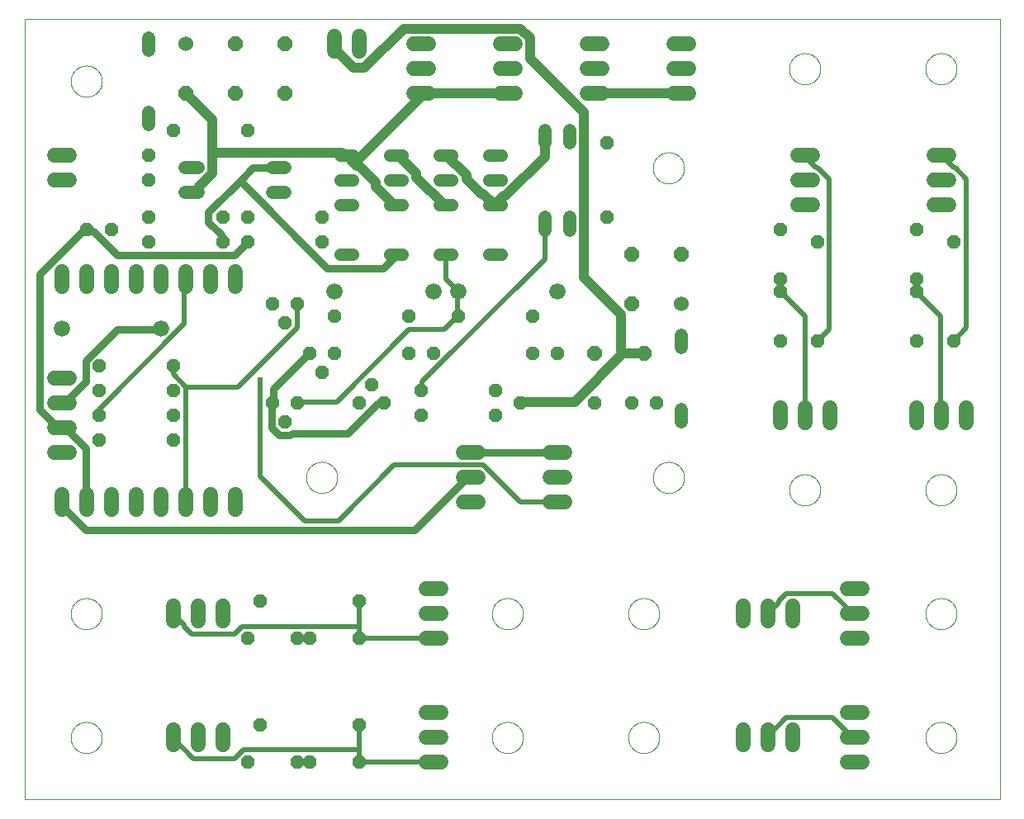
<source format=gbl>
G75*
%MOIN*%
%OFA0B0*%
%FSLAX25Y25*%
%IPPOS*%
%LPD*%
%AMOC8*
5,1,8,0,0,1.08239X$1,22.5*
%
%ADD10C,0.00000*%
%ADD11C,0.06000*%
%ADD12OC8,0.06000*%
%ADD13C,0.06600*%
%ADD14C,0.05200*%
%ADD15C,0.06000*%
%ADD16C,0.05150*%
%ADD17OC8,0.05200*%
%ADD18C,0.03000*%
%ADD19C,0.04000*%
%ADD20C,0.02000*%
%ADD21C,0.02381*%
D10*
X0002600Y0002600D02*
X0002600Y0317561D01*
X0396301Y0317561D01*
X0396301Y0002600D01*
X0002600Y0002600D01*
X0021301Y0027600D02*
X0021303Y0027758D01*
X0021309Y0027916D01*
X0021319Y0028074D01*
X0021333Y0028232D01*
X0021351Y0028389D01*
X0021372Y0028546D01*
X0021398Y0028702D01*
X0021428Y0028858D01*
X0021461Y0029013D01*
X0021499Y0029166D01*
X0021540Y0029319D01*
X0021585Y0029471D01*
X0021634Y0029622D01*
X0021687Y0029771D01*
X0021743Y0029919D01*
X0021803Y0030065D01*
X0021867Y0030210D01*
X0021935Y0030353D01*
X0022006Y0030495D01*
X0022080Y0030635D01*
X0022158Y0030772D01*
X0022240Y0030908D01*
X0022324Y0031042D01*
X0022413Y0031173D01*
X0022504Y0031302D01*
X0022599Y0031429D01*
X0022696Y0031554D01*
X0022797Y0031676D01*
X0022901Y0031795D01*
X0023008Y0031912D01*
X0023118Y0032026D01*
X0023231Y0032137D01*
X0023346Y0032246D01*
X0023464Y0032351D01*
X0023585Y0032453D01*
X0023708Y0032553D01*
X0023834Y0032649D01*
X0023962Y0032742D01*
X0024092Y0032832D01*
X0024225Y0032918D01*
X0024360Y0033002D01*
X0024496Y0033081D01*
X0024635Y0033158D01*
X0024776Y0033230D01*
X0024918Y0033300D01*
X0025062Y0033365D01*
X0025208Y0033427D01*
X0025355Y0033485D01*
X0025504Y0033540D01*
X0025654Y0033591D01*
X0025805Y0033638D01*
X0025957Y0033681D01*
X0026110Y0033720D01*
X0026265Y0033756D01*
X0026420Y0033787D01*
X0026576Y0033815D01*
X0026732Y0033839D01*
X0026889Y0033859D01*
X0027047Y0033875D01*
X0027204Y0033887D01*
X0027363Y0033895D01*
X0027521Y0033899D01*
X0027679Y0033899D01*
X0027837Y0033895D01*
X0027996Y0033887D01*
X0028153Y0033875D01*
X0028311Y0033859D01*
X0028468Y0033839D01*
X0028624Y0033815D01*
X0028780Y0033787D01*
X0028935Y0033756D01*
X0029090Y0033720D01*
X0029243Y0033681D01*
X0029395Y0033638D01*
X0029546Y0033591D01*
X0029696Y0033540D01*
X0029845Y0033485D01*
X0029992Y0033427D01*
X0030138Y0033365D01*
X0030282Y0033300D01*
X0030424Y0033230D01*
X0030565Y0033158D01*
X0030704Y0033081D01*
X0030840Y0033002D01*
X0030975Y0032918D01*
X0031108Y0032832D01*
X0031238Y0032742D01*
X0031366Y0032649D01*
X0031492Y0032553D01*
X0031615Y0032453D01*
X0031736Y0032351D01*
X0031854Y0032246D01*
X0031969Y0032137D01*
X0032082Y0032026D01*
X0032192Y0031912D01*
X0032299Y0031795D01*
X0032403Y0031676D01*
X0032504Y0031554D01*
X0032601Y0031429D01*
X0032696Y0031302D01*
X0032787Y0031173D01*
X0032876Y0031042D01*
X0032960Y0030908D01*
X0033042Y0030772D01*
X0033120Y0030635D01*
X0033194Y0030495D01*
X0033265Y0030353D01*
X0033333Y0030210D01*
X0033397Y0030065D01*
X0033457Y0029919D01*
X0033513Y0029771D01*
X0033566Y0029622D01*
X0033615Y0029471D01*
X0033660Y0029319D01*
X0033701Y0029166D01*
X0033739Y0029013D01*
X0033772Y0028858D01*
X0033802Y0028702D01*
X0033828Y0028546D01*
X0033849Y0028389D01*
X0033867Y0028232D01*
X0033881Y0028074D01*
X0033891Y0027916D01*
X0033897Y0027758D01*
X0033899Y0027600D01*
X0033897Y0027442D01*
X0033891Y0027284D01*
X0033881Y0027126D01*
X0033867Y0026968D01*
X0033849Y0026811D01*
X0033828Y0026654D01*
X0033802Y0026498D01*
X0033772Y0026342D01*
X0033739Y0026187D01*
X0033701Y0026034D01*
X0033660Y0025881D01*
X0033615Y0025729D01*
X0033566Y0025578D01*
X0033513Y0025429D01*
X0033457Y0025281D01*
X0033397Y0025135D01*
X0033333Y0024990D01*
X0033265Y0024847D01*
X0033194Y0024705D01*
X0033120Y0024565D01*
X0033042Y0024428D01*
X0032960Y0024292D01*
X0032876Y0024158D01*
X0032787Y0024027D01*
X0032696Y0023898D01*
X0032601Y0023771D01*
X0032504Y0023646D01*
X0032403Y0023524D01*
X0032299Y0023405D01*
X0032192Y0023288D01*
X0032082Y0023174D01*
X0031969Y0023063D01*
X0031854Y0022954D01*
X0031736Y0022849D01*
X0031615Y0022747D01*
X0031492Y0022647D01*
X0031366Y0022551D01*
X0031238Y0022458D01*
X0031108Y0022368D01*
X0030975Y0022282D01*
X0030840Y0022198D01*
X0030704Y0022119D01*
X0030565Y0022042D01*
X0030424Y0021970D01*
X0030282Y0021900D01*
X0030138Y0021835D01*
X0029992Y0021773D01*
X0029845Y0021715D01*
X0029696Y0021660D01*
X0029546Y0021609D01*
X0029395Y0021562D01*
X0029243Y0021519D01*
X0029090Y0021480D01*
X0028935Y0021444D01*
X0028780Y0021413D01*
X0028624Y0021385D01*
X0028468Y0021361D01*
X0028311Y0021341D01*
X0028153Y0021325D01*
X0027996Y0021313D01*
X0027837Y0021305D01*
X0027679Y0021301D01*
X0027521Y0021301D01*
X0027363Y0021305D01*
X0027204Y0021313D01*
X0027047Y0021325D01*
X0026889Y0021341D01*
X0026732Y0021361D01*
X0026576Y0021385D01*
X0026420Y0021413D01*
X0026265Y0021444D01*
X0026110Y0021480D01*
X0025957Y0021519D01*
X0025805Y0021562D01*
X0025654Y0021609D01*
X0025504Y0021660D01*
X0025355Y0021715D01*
X0025208Y0021773D01*
X0025062Y0021835D01*
X0024918Y0021900D01*
X0024776Y0021970D01*
X0024635Y0022042D01*
X0024496Y0022119D01*
X0024360Y0022198D01*
X0024225Y0022282D01*
X0024092Y0022368D01*
X0023962Y0022458D01*
X0023834Y0022551D01*
X0023708Y0022647D01*
X0023585Y0022747D01*
X0023464Y0022849D01*
X0023346Y0022954D01*
X0023231Y0023063D01*
X0023118Y0023174D01*
X0023008Y0023288D01*
X0022901Y0023405D01*
X0022797Y0023524D01*
X0022696Y0023646D01*
X0022599Y0023771D01*
X0022504Y0023898D01*
X0022413Y0024027D01*
X0022324Y0024158D01*
X0022240Y0024292D01*
X0022158Y0024428D01*
X0022080Y0024565D01*
X0022006Y0024705D01*
X0021935Y0024847D01*
X0021867Y0024990D01*
X0021803Y0025135D01*
X0021743Y0025281D01*
X0021687Y0025429D01*
X0021634Y0025578D01*
X0021585Y0025729D01*
X0021540Y0025881D01*
X0021499Y0026034D01*
X0021461Y0026187D01*
X0021428Y0026342D01*
X0021398Y0026498D01*
X0021372Y0026654D01*
X0021351Y0026811D01*
X0021333Y0026968D01*
X0021319Y0027126D01*
X0021309Y0027284D01*
X0021303Y0027442D01*
X0021301Y0027600D01*
X0021301Y0077600D02*
X0021303Y0077758D01*
X0021309Y0077916D01*
X0021319Y0078074D01*
X0021333Y0078232D01*
X0021351Y0078389D01*
X0021372Y0078546D01*
X0021398Y0078702D01*
X0021428Y0078858D01*
X0021461Y0079013D01*
X0021499Y0079166D01*
X0021540Y0079319D01*
X0021585Y0079471D01*
X0021634Y0079622D01*
X0021687Y0079771D01*
X0021743Y0079919D01*
X0021803Y0080065D01*
X0021867Y0080210D01*
X0021935Y0080353D01*
X0022006Y0080495D01*
X0022080Y0080635D01*
X0022158Y0080772D01*
X0022240Y0080908D01*
X0022324Y0081042D01*
X0022413Y0081173D01*
X0022504Y0081302D01*
X0022599Y0081429D01*
X0022696Y0081554D01*
X0022797Y0081676D01*
X0022901Y0081795D01*
X0023008Y0081912D01*
X0023118Y0082026D01*
X0023231Y0082137D01*
X0023346Y0082246D01*
X0023464Y0082351D01*
X0023585Y0082453D01*
X0023708Y0082553D01*
X0023834Y0082649D01*
X0023962Y0082742D01*
X0024092Y0082832D01*
X0024225Y0082918D01*
X0024360Y0083002D01*
X0024496Y0083081D01*
X0024635Y0083158D01*
X0024776Y0083230D01*
X0024918Y0083300D01*
X0025062Y0083365D01*
X0025208Y0083427D01*
X0025355Y0083485D01*
X0025504Y0083540D01*
X0025654Y0083591D01*
X0025805Y0083638D01*
X0025957Y0083681D01*
X0026110Y0083720D01*
X0026265Y0083756D01*
X0026420Y0083787D01*
X0026576Y0083815D01*
X0026732Y0083839D01*
X0026889Y0083859D01*
X0027047Y0083875D01*
X0027204Y0083887D01*
X0027363Y0083895D01*
X0027521Y0083899D01*
X0027679Y0083899D01*
X0027837Y0083895D01*
X0027996Y0083887D01*
X0028153Y0083875D01*
X0028311Y0083859D01*
X0028468Y0083839D01*
X0028624Y0083815D01*
X0028780Y0083787D01*
X0028935Y0083756D01*
X0029090Y0083720D01*
X0029243Y0083681D01*
X0029395Y0083638D01*
X0029546Y0083591D01*
X0029696Y0083540D01*
X0029845Y0083485D01*
X0029992Y0083427D01*
X0030138Y0083365D01*
X0030282Y0083300D01*
X0030424Y0083230D01*
X0030565Y0083158D01*
X0030704Y0083081D01*
X0030840Y0083002D01*
X0030975Y0082918D01*
X0031108Y0082832D01*
X0031238Y0082742D01*
X0031366Y0082649D01*
X0031492Y0082553D01*
X0031615Y0082453D01*
X0031736Y0082351D01*
X0031854Y0082246D01*
X0031969Y0082137D01*
X0032082Y0082026D01*
X0032192Y0081912D01*
X0032299Y0081795D01*
X0032403Y0081676D01*
X0032504Y0081554D01*
X0032601Y0081429D01*
X0032696Y0081302D01*
X0032787Y0081173D01*
X0032876Y0081042D01*
X0032960Y0080908D01*
X0033042Y0080772D01*
X0033120Y0080635D01*
X0033194Y0080495D01*
X0033265Y0080353D01*
X0033333Y0080210D01*
X0033397Y0080065D01*
X0033457Y0079919D01*
X0033513Y0079771D01*
X0033566Y0079622D01*
X0033615Y0079471D01*
X0033660Y0079319D01*
X0033701Y0079166D01*
X0033739Y0079013D01*
X0033772Y0078858D01*
X0033802Y0078702D01*
X0033828Y0078546D01*
X0033849Y0078389D01*
X0033867Y0078232D01*
X0033881Y0078074D01*
X0033891Y0077916D01*
X0033897Y0077758D01*
X0033899Y0077600D01*
X0033897Y0077442D01*
X0033891Y0077284D01*
X0033881Y0077126D01*
X0033867Y0076968D01*
X0033849Y0076811D01*
X0033828Y0076654D01*
X0033802Y0076498D01*
X0033772Y0076342D01*
X0033739Y0076187D01*
X0033701Y0076034D01*
X0033660Y0075881D01*
X0033615Y0075729D01*
X0033566Y0075578D01*
X0033513Y0075429D01*
X0033457Y0075281D01*
X0033397Y0075135D01*
X0033333Y0074990D01*
X0033265Y0074847D01*
X0033194Y0074705D01*
X0033120Y0074565D01*
X0033042Y0074428D01*
X0032960Y0074292D01*
X0032876Y0074158D01*
X0032787Y0074027D01*
X0032696Y0073898D01*
X0032601Y0073771D01*
X0032504Y0073646D01*
X0032403Y0073524D01*
X0032299Y0073405D01*
X0032192Y0073288D01*
X0032082Y0073174D01*
X0031969Y0073063D01*
X0031854Y0072954D01*
X0031736Y0072849D01*
X0031615Y0072747D01*
X0031492Y0072647D01*
X0031366Y0072551D01*
X0031238Y0072458D01*
X0031108Y0072368D01*
X0030975Y0072282D01*
X0030840Y0072198D01*
X0030704Y0072119D01*
X0030565Y0072042D01*
X0030424Y0071970D01*
X0030282Y0071900D01*
X0030138Y0071835D01*
X0029992Y0071773D01*
X0029845Y0071715D01*
X0029696Y0071660D01*
X0029546Y0071609D01*
X0029395Y0071562D01*
X0029243Y0071519D01*
X0029090Y0071480D01*
X0028935Y0071444D01*
X0028780Y0071413D01*
X0028624Y0071385D01*
X0028468Y0071361D01*
X0028311Y0071341D01*
X0028153Y0071325D01*
X0027996Y0071313D01*
X0027837Y0071305D01*
X0027679Y0071301D01*
X0027521Y0071301D01*
X0027363Y0071305D01*
X0027204Y0071313D01*
X0027047Y0071325D01*
X0026889Y0071341D01*
X0026732Y0071361D01*
X0026576Y0071385D01*
X0026420Y0071413D01*
X0026265Y0071444D01*
X0026110Y0071480D01*
X0025957Y0071519D01*
X0025805Y0071562D01*
X0025654Y0071609D01*
X0025504Y0071660D01*
X0025355Y0071715D01*
X0025208Y0071773D01*
X0025062Y0071835D01*
X0024918Y0071900D01*
X0024776Y0071970D01*
X0024635Y0072042D01*
X0024496Y0072119D01*
X0024360Y0072198D01*
X0024225Y0072282D01*
X0024092Y0072368D01*
X0023962Y0072458D01*
X0023834Y0072551D01*
X0023708Y0072647D01*
X0023585Y0072747D01*
X0023464Y0072849D01*
X0023346Y0072954D01*
X0023231Y0073063D01*
X0023118Y0073174D01*
X0023008Y0073288D01*
X0022901Y0073405D01*
X0022797Y0073524D01*
X0022696Y0073646D01*
X0022599Y0073771D01*
X0022504Y0073898D01*
X0022413Y0074027D01*
X0022324Y0074158D01*
X0022240Y0074292D01*
X0022158Y0074428D01*
X0022080Y0074565D01*
X0022006Y0074705D01*
X0021935Y0074847D01*
X0021867Y0074990D01*
X0021803Y0075135D01*
X0021743Y0075281D01*
X0021687Y0075429D01*
X0021634Y0075578D01*
X0021585Y0075729D01*
X0021540Y0075881D01*
X0021499Y0076034D01*
X0021461Y0076187D01*
X0021428Y0076342D01*
X0021398Y0076498D01*
X0021372Y0076654D01*
X0021351Y0076811D01*
X0021333Y0076968D01*
X0021319Y0077126D01*
X0021309Y0077284D01*
X0021303Y0077442D01*
X0021301Y0077600D01*
X0116301Y0132600D02*
X0116303Y0132758D01*
X0116309Y0132916D01*
X0116319Y0133074D01*
X0116333Y0133232D01*
X0116351Y0133389D01*
X0116372Y0133546D01*
X0116398Y0133702D01*
X0116428Y0133858D01*
X0116461Y0134013D01*
X0116499Y0134166D01*
X0116540Y0134319D01*
X0116585Y0134471D01*
X0116634Y0134622D01*
X0116687Y0134771D01*
X0116743Y0134919D01*
X0116803Y0135065D01*
X0116867Y0135210D01*
X0116935Y0135353D01*
X0117006Y0135495D01*
X0117080Y0135635D01*
X0117158Y0135772D01*
X0117240Y0135908D01*
X0117324Y0136042D01*
X0117413Y0136173D01*
X0117504Y0136302D01*
X0117599Y0136429D01*
X0117696Y0136554D01*
X0117797Y0136676D01*
X0117901Y0136795D01*
X0118008Y0136912D01*
X0118118Y0137026D01*
X0118231Y0137137D01*
X0118346Y0137246D01*
X0118464Y0137351D01*
X0118585Y0137453D01*
X0118708Y0137553D01*
X0118834Y0137649D01*
X0118962Y0137742D01*
X0119092Y0137832D01*
X0119225Y0137918D01*
X0119360Y0138002D01*
X0119496Y0138081D01*
X0119635Y0138158D01*
X0119776Y0138230D01*
X0119918Y0138300D01*
X0120062Y0138365D01*
X0120208Y0138427D01*
X0120355Y0138485D01*
X0120504Y0138540D01*
X0120654Y0138591D01*
X0120805Y0138638D01*
X0120957Y0138681D01*
X0121110Y0138720D01*
X0121265Y0138756D01*
X0121420Y0138787D01*
X0121576Y0138815D01*
X0121732Y0138839D01*
X0121889Y0138859D01*
X0122047Y0138875D01*
X0122204Y0138887D01*
X0122363Y0138895D01*
X0122521Y0138899D01*
X0122679Y0138899D01*
X0122837Y0138895D01*
X0122996Y0138887D01*
X0123153Y0138875D01*
X0123311Y0138859D01*
X0123468Y0138839D01*
X0123624Y0138815D01*
X0123780Y0138787D01*
X0123935Y0138756D01*
X0124090Y0138720D01*
X0124243Y0138681D01*
X0124395Y0138638D01*
X0124546Y0138591D01*
X0124696Y0138540D01*
X0124845Y0138485D01*
X0124992Y0138427D01*
X0125138Y0138365D01*
X0125282Y0138300D01*
X0125424Y0138230D01*
X0125565Y0138158D01*
X0125704Y0138081D01*
X0125840Y0138002D01*
X0125975Y0137918D01*
X0126108Y0137832D01*
X0126238Y0137742D01*
X0126366Y0137649D01*
X0126492Y0137553D01*
X0126615Y0137453D01*
X0126736Y0137351D01*
X0126854Y0137246D01*
X0126969Y0137137D01*
X0127082Y0137026D01*
X0127192Y0136912D01*
X0127299Y0136795D01*
X0127403Y0136676D01*
X0127504Y0136554D01*
X0127601Y0136429D01*
X0127696Y0136302D01*
X0127787Y0136173D01*
X0127876Y0136042D01*
X0127960Y0135908D01*
X0128042Y0135772D01*
X0128120Y0135635D01*
X0128194Y0135495D01*
X0128265Y0135353D01*
X0128333Y0135210D01*
X0128397Y0135065D01*
X0128457Y0134919D01*
X0128513Y0134771D01*
X0128566Y0134622D01*
X0128615Y0134471D01*
X0128660Y0134319D01*
X0128701Y0134166D01*
X0128739Y0134013D01*
X0128772Y0133858D01*
X0128802Y0133702D01*
X0128828Y0133546D01*
X0128849Y0133389D01*
X0128867Y0133232D01*
X0128881Y0133074D01*
X0128891Y0132916D01*
X0128897Y0132758D01*
X0128899Y0132600D01*
X0128897Y0132442D01*
X0128891Y0132284D01*
X0128881Y0132126D01*
X0128867Y0131968D01*
X0128849Y0131811D01*
X0128828Y0131654D01*
X0128802Y0131498D01*
X0128772Y0131342D01*
X0128739Y0131187D01*
X0128701Y0131034D01*
X0128660Y0130881D01*
X0128615Y0130729D01*
X0128566Y0130578D01*
X0128513Y0130429D01*
X0128457Y0130281D01*
X0128397Y0130135D01*
X0128333Y0129990D01*
X0128265Y0129847D01*
X0128194Y0129705D01*
X0128120Y0129565D01*
X0128042Y0129428D01*
X0127960Y0129292D01*
X0127876Y0129158D01*
X0127787Y0129027D01*
X0127696Y0128898D01*
X0127601Y0128771D01*
X0127504Y0128646D01*
X0127403Y0128524D01*
X0127299Y0128405D01*
X0127192Y0128288D01*
X0127082Y0128174D01*
X0126969Y0128063D01*
X0126854Y0127954D01*
X0126736Y0127849D01*
X0126615Y0127747D01*
X0126492Y0127647D01*
X0126366Y0127551D01*
X0126238Y0127458D01*
X0126108Y0127368D01*
X0125975Y0127282D01*
X0125840Y0127198D01*
X0125704Y0127119D01*
X0125565Y0127042D01*
X0125424Y0126970D01*
X0125282Y0126900D01*
X0125138Y0126835D01*
X0124992Y0126773D01*
X0124845Y0126715D01*
X0124696Y0126660D01*
X0124546Y0126609D01*
X0124395Y0126562D01*
X0124243Y0126519D01*
X0124090Y0126480D01*
X0123935Y0126444D01*
X0123780Y0126413D01*
X0123624Y0126385D01*
X0123468Y0126361D01*
X0123311Y0126341D01*
X0123153Y0126325D01*
X0122996Y0126313D01*
X0122837Y0126305D01*
X0122679Y0126301D01*
X0122521Y0126301D01*
X0122363Y0126305D01*
X0122204Y0126313D01*
X0122047Y0126325D01*
X0121889Y0126341D01*
X0121732Y0126361D01*
X0121576Y0126385D01*
X0121420Y0126413D01*
X0121265Y0126444D01*
X0121110Y0126480D01*
X0120957Y0126519D01*
X0120805Y0126562D01*
X0120654Y0126609D01*
X0120504Y0126660D01*
X0120355Y0126715D01*
X0120208Y0126773D01*
X0120062Y0126835D01*
X0119918Y0126900D01*
X0119776Y0126970D01*
X0119635Y0127042D01*
X0119496Y0127119D01*
X0119360Y0127198D01*
X0119225Y0127282D01*
X0119092Y0127368D01*
X0118962Y0127458D01*
X0118834Y0127551D01*
X0118708Y0127647D01*
X0118585Y0127747D01*
X0118464Y0127849D01*
X0118346Y0127954D01*
X0118231Y0128063D01*
X0118118Y0128174D01*
X0118008Y0128288D01*
X0117901Y0128405D01*
X0117797Y0128524D01*
X0117696Y0128646D01*
X0117599Y0128771D01*
X0117504Y0128898D01*
X0117413Y0129027D01*
X0117324Y0129158D01*
X0117240Y0129292D01*
X0117158Y0129428D01*
X0117080Y0129565D01*
X0117006Y0129705D01*
X0116935Y0129847D01*
X0116867Y0129990D01*
X0116803Y0130135D01*
X0116743Y0130281D01*
X0116687Y0130429D01*
X0116634Y0130578D01*
X0116585Y0130729D01*
X0116540Y0130881D01*
X0116499Y0131034D01*
X0116461Y0131187D01*
X0116428Y0131342D01*
X0116398Y0131498D01*
X0116372Y0131654D01*
X0116351Y0131811D01*
X0116333Y0131968D01*
X0116319Y0132126D01*
X0116309Y0132284D01*
X0116303Y0132442D01*
X0116301Y0132600D01*
X0191301Y0077600D02*
X0191303Y0077758D01*
X0191309Y0077916D01*
X0191319Y0078074D01*
X0191333Y0078232D01*
X0191351Y0078389D01*
X0191372Y0078546D01*
X0191398Y0078702D01*
X0191428Y0078858D01*
X0191461Y0079013D01*
X0191499Y0079166D01*
X0191540Y0079319D01*
X0191585Y0079471D01*
X0191634Y0079622D01*
X0191687Y0079771D01*
X0191743Y0079919D01*
X0191803Y0080065D01*
X0191867Y0080210D01*
X0191935Y0080353D01*
X0192006Y0080495D01*
X0192080Y0080635D01*
X0192158Y0080772D01*
X0192240Y0080908D01*
X0192324Y0081042D01*
X0192413Y0081173D01*
X0192504Y0081302D01*
X0192599Y0081429D01*
X0192696Y0081554D01*
X0192797Y0081676D01*
X0192901Y0081795D01*
X0193008Y0081912D01*
X0193118Y0082026D01*
X0193231Y0082137D01*
X0193346Y0082246D01*
X0193464Y0082351D01*
X0193585Y0082453D01*
X0193708Y0082553D01*
X0193834Y0082649D01*
X0193962Y0082742D01*
X0194092Y0082832D01*
X0194225Y0082918D01*
X0194360Y0083002D01*
X0194496Y0083081D01*
X0194635Y0083158D01*
X0194776Y0083230D01*
X0194918Y0083300D01*
X0195062Y0083365D01*
X0195208Y0083427D01*
X0195355Y0083485D01*
X0195504Y0083540D01*
X0195654Y0083591D01*
X0195805Y0083638D01*
X0195957Y0083681D01*
X0196110Y0083720D01*
X0196265Y0083756D01*
X0196420Y0083787D01*
X0196576Y0083815D01*
X0196732Y0083839D01*
X0196889Y0083859D01*
X0197047Y0083875D01*
X0197204Y0083887D01*
X0197363Y0083895D01*
X0197521Y0083899D01*
X0197679Y0083899D01*
X0197837Y0083895D01*
X0197996Y0083887D01*
X0198153Y0083875D01*
X0198311Y0083859D01*
X0198468Y0083839D01*
X0198624Y0083815D01*
X0198780Y0083787D01*
X0198935Y0083756D01*
X0199090Y0083720D01*
X0199243Y0083681D01*
X0199395Y0083638D01*
X0199546Y0083591D01*
X0199696Y0083540D01*
X0199845Y0083485D01*
X0199992Y0083427D01*
X0200138Y0083365D01*
X0200282Y0083300D01*
X0200424Y0083230D01*
X0200565Y0083158D01*
X0200704Y0083081D01*
X0200840Y0083002D01*
X0200975Y0082918D01*
X0201108Y0082832D01*
X0201238Y0082742D01*
X0201366Y0082649D01*
X0201492Y0082553D01*
X0201615Y0082453D01*
X0201736Y0082351D01*
X0201854Y0082246D01*
X0201969Y0082137D01*
X0202082Y0082026D01*
X0202192Y0081912D01*
X0202299Y0081795D01*
X0202403Y0081676D01*
X0202504Y0081554D01*
X0202601Y0081429D01*
X0202696Y0081302D01*
X0202787Y0081173D01*
X0202876Y0081042D01*
X0202960Y0080908D01*
X0203042Y0080772D01*
X0203120Y0080635D01*
X0203194Y0080495D01*
X0203265Y0080353D01*
X0203333Y0080210D01*
X0203397Y0080065D01*
X0203457Y0079919D01*
X0203513Y0079771D01*
X0203566Y0079622D01*
X0203615Y0079471D01*
X0203660Y0079319D01*
X0203701Y0079166D01*
X0203739Y0079013D01*
X0203772Y0078858D01*
X0203802Y0078702D01*
X0203828Y0078546D01*
X0203849Y0078389D01*
X0203867Y0078232D01*
X0203881Y0078074D01*
X0203891Y0077916D01*
X0203897Y0077758D01*
X0203899Y0077600D01*
X0203897Y0077442D01*
X0203891Y0077284D01*
X0203881Y0077126D01*
X0203867Y0076968D01*
X0203849Y0076811D01*
X0203828Y0076654D01*
X0203802Y0076498D01*
X0203772Y0076342D01*
X0203739Y0076187D01*
X0203701Y0076034D01*
X0203660Y0075881D01*
X0203615Y0075729D01*
X0203566Y0075578D01*
X0203513Y0075429D01*
X0203457Y0075281D01*
X0203397Y0075135D01*
X0203333Y0074990D01*
X0203265Y0074847D01*
X0203194Y0074705D01*
X0203120Y0074565D01*
X0203042Y0074428D01*
X0202960Y0074292D01*
X0202876Y0074158D01*
X0202787Y0074027D01*
X0202696Y0073898D01*
X0202601Y0073771D01*
X0202504Y0073646D01*
X0202403Y0073524D01*
X0202299Y0073405D01*
X0202192Y0073288D01*
X0202082Y0073174D01*
X0201969Y0073063D01*
X0201854Y0072954D01*
X0201736Y0072849D01*
X0201615Y0072747D01*
X0201492Y0072647D01*
X0201366Y0072551D01*
X0201238Y0072458D01*
X0201108Y0072368D01*
X0200975Y0072282D01*
X0200840Y0072198D01*
X0200704Y0072119D01*
X0200565Y0072042D01*
X0200424Y0071970D01*
X0200282Y0071900D01*
X0200138Y0071835D01*
X0199992Y0071773D01*
X0199845Y0071715D01*
X0199696Y0071660D01*
X0199546Y0071609D01*
X0199395Y0071562D01*
X0199243Y0071519D01*
X0199090Y0071480D01*
X0198935Y0071444D01*
X0198780Y0071413D01*
X0198624Y0071385D01*
X0198468Y0071361D01*
X0198311Y0071341D01*
X0198153Y0071325D01*
X0197996Y0071313D01*
X0197837Y0071305D01*
X0197679Y0071301D01*
X0197521Y0071301D01*
X0197363Y0071305D01*
X0197204Y0071313D01*
X0197047Y0071325D01*
X0196889Y0071341D01*
X0196732Y0071361D01*
X0196576Y0071385D01*
X0196420Y0071413D01*
X0196265Y0071444D01*
X0196110Y0071480D01*
X0195957Y0071519D01*
X0195805Y0071562D01*
X0195654Y0071609D01*
X0195504Y0071660D01*
X0195355Y0071715D01*
X0195208Y0071773D01*
X0195062Y0071835D01*
X0194918Y0071900D01*
X0194776Y0071970D01*
X0194635Y0072042D01*
X0194496Y0072119D01*
X0194360Y0072198D01*
X0194225Y0072282D01*
X0194092Y0072368D01*
X0193962Y0072458D01*
X0193834Y0072551D01*
X0193708Y0072647D01*
X0193585Y0072747D01*
X0193464Y0072849D01*
X0193346Y0072954D01*
X0193231Y0073063D01*
X0193118Y0073174D01*
X0193008Y0073288D01*
X0192901Y0073405D01*
X0192797Y0073524D01*
X0192696Y0073646D01*
X0192599Y0073771D01*
X0192504Y0073898D01*
X0192413Y0074027D01*
X0192324Y0074158D01*
X0192240Y0074292D01*
X0192158Y0074428D01*
X0192080Y0074565D01*
X0192006Y0074705D01*
X0191935Y0074847D01*
X0191867Y0074990D01*
X0191803Y0075135D01*
X0191743Y0075281D01*
X0191687Y0075429D01*
X0191634Y0075578D01*
X0191585Y0075729D01*
X0191540Y0075881D01*
X0191499Y0076034D01*
X0191461Y0076187D01*
X0191428Y0076342D01*
X0191398Y0076498D01*
X0191372Y0076654D01*
X0191351Y0076811D01*
X0191333Y0076968D01*
X0191319Y0077126D01*
X0191309Y0077284D01*
X0191303Y0077442D01*
X0191301Y0077600D01*
X0191301Y0027600D02*
X0191303Y0027758D01*
X0191309Y0027916D01*
X0191319Y0028074D01*
X0191333Y0028232D01*
X0191351Y0028389D01*
X0191372Y0028546D01*
X0191398Y0028702D01*
X0191428Y0028858D01*
X0191461Y0029013D01*
X0191499Y0029166D01*
X0191540Y0029319D01*
X0191585Y0029471D01*
X0191634Y0029622D01*
X0191687Y0029771D01*
X0191743Y0029919D01*
X0191803Y0030065D01*
X0191867Y0030210D01*
X0191935Y0030353D01*
X0192006Y0030495D01*
X0192080Y0030635D01*
X0192158Y0030772D01*
X0192240Y0030908D01*
X0192324Y0031042D01*
X0192413Y0031173D01*
X0192504Y0031302D01*
X0192599Y0031429D01*
X0192696Y0031554D01*
X0192797Y0031676D01*
X0192901Y0031795D01*
X0193008Y0031912D01*
X0193118Y0032026D01*
X0193231Y0032137D01*
X0193346Y0032246D01*
X0193464Y0032351D01*
X0193585Y0032453D01*
X0193708Y0032553D01*
X0193834Y0032649D01*
X0193962Y0032742D01*
X0194092Y0032832D01*
X0194225Y0032918D01*
X0194360Y0033002D01*
X0194496Y0033081D01*
X0194635Y0033158D01*
X0194776Y0033230D01*
X0194918Y0033300D01*
X0195062Y0033365D01*
X0195208Y0033427D01*
X0195355Y0033485D01*
X0195504Y0033540D01*
X0195654Y0033591D01*
X0195805Y0033638D01*
X0195957Y0033681D01*
X0196110Y0033720D01*
X0196265Y0033756D01*
X0196420Y0033787D01*
X0196576Y0033815D01*
X0196732Y0033839D01*
X0196889Y0033859D01*
X0197047Y0033875D01*
X0197204Y0033887D01*
X0197363Y0033895D01*
X0197521Y0033899D01*
X0197679Y0033899D01*
X0197837Y0033895D01*
X0197996Y0033887D01*
X0198153Y0033875D01*
X0198311Y0033859D01*
X0198468Y0033839D01*
X0198624Y0033815D01*
X0198780Y0033787D01*
X0198935Y0033756D01*
X0199090Y0033720D01*
X0199243Y0033681D01*
X0199395Y0033638D01*
X0199546Y0033591D01*
X0199696Y0033540D01*
X0199845Y0033485D01*
X0199992Y0033427D01*
X0200138Y0033365D01*
X0200282Y0033300D01*
X0200424Y0033230D01*
X0200565Y0033158D01*
X0200704Y0033081D01*
X0200840Y0033002D01*
X0200975Y0032918D01*
X0201108Y0032832D01*
X0201238Y0032742D01*
X0201366Y0032649D01*
X0201492Y0032553D01*
X0201615Y0032453D01*
X0201736Y0032351D01*
X0201854Y0032246D01*
X0201969Y0032137D01*
X0202082Y0032026D01*
X0202192Y0031912D01*
X0202299Y0031795D01*
X0202403Y0031676D01*
X0202504Y0031554D01*
X0202601Y0031429D01*
X0202696Y0031302D01*
X0202787Y0031173D01*
X0202876Y0031042D01*
X0202960Y0030908D01*
X0203042Y0030772D01*
X0203120Y0030635D01*
X0203194Y0030495D01*
X0203265Y0030353D01*
X0203333Y0030210D01*
X0203397Y0030065D01*
X0203457Y0029919D01*
X0203513Y0029771D01*
X0203566Y0029622D01*
X0203615Y0029471D01*
X0203660Y0029319D01*
X0203701Y0029166D01*
X0203739Y0029013D01*
X0203772Y0028858D01*
X0203802Y0028702D01*
X0203828Y0028546D01*
X0203849Y0028389D01*
X0203867Y0028232D01*
X0203881Y0028074D01*
X0203891Y0027916D01*
X0203897Y0027758D01*
X0203899Y0027600D01*
X0203897Y0027442D01*
X0203891Y0027284D01*
X0203881Y0027126D01*
X0203867Y0026968D01*
X0203849Y0026811D01*
X0203828Y0026654D01*
X0203802Y0026498D01*
X0203772Y0026342D01*
X0203739Y0026187D01*
X0203701Y0026034D01*
X0203660Y0025881D01*
X0203615Y0025729D01*
X0203566Y0025578D01*
X0203513Y0025429D01*
X0203457Y0025281D01*
X0203397Y0025135D01*
X0203333Y0024990D01*
X0203265Y0024847D01*
X0203194Y0024705D01*
X0203120Y0024565D01*
X0203042Y0024428D01*
X0202960Y0024292D01*
X0202876Y0024158D01*
X0202787Y0024027D01*
X0202696Y0023898D01*
X0202601Y0023771D01*
X0202504Y0023646D01*
X0202403Y0023524D01*
X0202299Y0023405D01*
X0202192Y0023288D01*
X0202082Y0023174D01*
X0201969Y0023063D01*
X0201854Y0022954D01*
X0201736Y0022849D01*
X0201615Y0022747D01*
X0201492Y0022647D01*
X0201366Y0022551D01*
X0201238Y0022458D01*
X0201108Y0022368D01*
X0200975Y0022282D01*
X0200840Y0022198D01*
X0200704Y0022119D01*
X0200565Y0022042D01*
X0200424Y0021970D01*
X0200282Y0021900D01*
X0200138Y0021835D01*
X0199992Y0021773D01*
X0199845Y0021715D01*
X0199696Y0021660D01*
X0199546Y0021609D01*
X0199395Y0021562D01*
X0199243Y0021519D01*
X0199090Y0021480D01*
X0198935Y0021444D01*
X0198780Y0021413D01*
X0198624Y0021385D01*
X0198468Y0021361D01*
X0198311Y0021341D01*
X0198153Y0021325D01*
X0197996Y0021313D01*
X0197837Y0021305D01*
X0197679Y0021301D01*
X0197521Y0021301D01*
X0197363Y0021305D01*
X0197204Y0021313D01*
X0197047Y0021325D01*
X0196889Y0021341D01*
X0196732Y0021361D01*
X0196576Y0021385D01*
X0196420Y0021413D01*
X0196265Y0021444D01*
X0196110Y0021480D01*
X0195957Y0021519D01*
X0195805Y0021562D01*
X0195654Y0021609D01*
X0195504Y0021660D01*
X0195355Y0021715D01*
X0195208Y0021773D01*
X0195062Y0021835D01*
X0194918Y0021900D01*
X0194776Y0021970D01*
X0194635Y0022042D01*
X0194496Y0022119D01*
X0194360Y0022198D01*
X0194225Y0022282D01*
X0194092Y0022368D01*
X0193962Y0022458D01*
X0193834Y0022551D01*
X0193708Y0022647D01*
X0193585Y0022747D01*
X0193464Y0022849D01*
X0193346Y0022954D01*
X0193231Y0023063D01*
X0193118Y0023174D01*
X0193008Y0023288D01*
X0192901Y0023405D01*
X0192797Y0023524D01*
X0192696Y0023646D01*
X0192599Y0023771D01*
X0192504Y0023898D01*
X0192413Y0024027D01*
X0192324Y0024158D01*
X0192240Y0024292D01*
X0192158Y0024428D01*
X0192080Y0024565D01*
X0192006Y0024705D01*
X0191935Y0024847D01*
X0191867Y0024990D01*
X0191803Y0025135D01*
X0191743Y0025281D01*
X0191687Y0025429D01*
X0191634Y0025578D01*
X0191585Y0025729D01*
X0191540Y0025881D01*
X0191499Y0026034D01*
X0191461Y0026187D01*
X0191428Y0026342D01*
X0191398Y0026498D01*
X0191372Y0026654D01*
X0191351Y0026811D01*
X0191333Y0026968D01*
X0191319Y0027126D01*
X0191309Y0027284D01*
X0191303Y0027442D01*
X0191301Y0027600D01*
X0246301Y0027600D02*
X0246303Y0027758D01*
X0246309Y0027916D01*
X0246319Y0028074D01*
X0246333Y0028232D01*
X0246351Y0028389D01*
X0246372Y0028546D01*
X0246398Y0028702D01*
X0246428Y0028858D01*
X0246461Y0029013D01*
X0246499Y0029166D01*
X0246540Y0029319D01*
X0246585Y0029471D01*
X0246634Y0029622D01*
X0246687Y0029771D01*
X0246743Y0029919D01*
X0246803Y0030065D01*
X0246867Y0030210D01*
X0246935Y0030353D01*
X0247006Y0030495D01*
X0247080Y0030635D01*
X0247158Y0030772D01*
X0247240Y0030908D01*
X0247324Y0031042D01*
X0247413Y0031173D01*
X0247504Y0031302D01*
X0247599Y0031429D01*
X0247696Y0031554D01*
X0247797Y0031676D01*
X0247901Y0031795D01*
X0248008Y0031912D01*
X0248118Y0032026D01*
X0248231Y0032137D01*
X0248346Y0032246D01*
X0248464Y0032351D01*
X0248585Y0032453D01*
X0248708Y0032553D01*
X0248834Y0032649D01*
X0248962Y0032742D01*
X0249092Y0032832D01*
X0249225Y0032918D01*
X0249360Y0033002D01*
X0249496Y0033081D01*
X0249635Y0033158D01*
X0249776Y0033230D01*
X0249918Y0033300D01*
X0250062Y0033365D01*
X0250208Y0033427D01*
X0250355Y0033485D01*
X0250504Y0033540D01*
X0250654Y0033591D01*
X0250805Y0033638D01*
X0250957Y0033681D01*
X0251110Y0033720D01*
X0251265Y0033756D01*
X0251420Y0033787D01*
X0251576Y0033815D01*
X0251732Y0033839D01*
X0251889Y0033859D01*
X0252047Y0033875D01*
X0252204Y0033887D01*
X0252363Y0033895D01*
X0252521Y0033899D01*
X0252679Y0033899D01*
X0252837Y0033895D01*
X0252996Y0033887D01*
X0253153Y0033875D01*
X0253311Y0033859D01*
X0253468Y0033839D01*
X0253624Y0033815D01*
X0253780Y0033787D01*
X0253935Y0033756D01*
X0254090Y0033720D01*
X0254243Y0033681D01*
X0254395Y0033638D01*
X0254546Y0033591D01*
X0254696Y0033540D01*
X0254845Y0033485D01*
X0254992Y0033427D01*
X0255138Y0033365D01*
X0255282Y0033300D01*
X0255424Y0033230D01*
X0255565Y0033158D01*
X0255704Y0033081D01*
X0255840Y0033002D01*
X0255975Y0032918D01*
X0256108Y0032832D01*
X0256238Y0032742D01*
X0256366Y0032649D01*
X0256492Y0032553D01*
X0256615Y0032453D01*
X0256736Y0032351D01*
X0256854Y0032246D01*
X0256969Y0032137D01*
X0257082Y0032026D01*
X0257192Y0031912D01*
X0257299Y0031795D01*
X0257403Y0031676D01*
X0257504Y0031554D01*
X0257601Y0031429D01*
X0257696Y0031302D01*
X0257787Y0031173D01*
X0257876Y0031042D01*
X0257960Y0030908D01*
X0258042Y0030772D01*
X0258120Y0030635D01*
X0258194Y0030495D01*
X0258265Y0030353D01*
X0258333Y0030210D01*
X0258397Y0030065D01*
X0258457Y0029919D01*
X0258513Y0029771D01*
X0258566Y0029622D01*
X0258615Y0029471D01*
X0258660Y0029319D01*
X0258701Y0029166D01*
X0258739Y0029013D01*
X0258772Y0028858D01*
X0258802Y0028702D01*
X0258828Y0028546D01*
X0258849Y0028389D01*
X0258867Y0028232D01*
X0258881Y0028074D01*
X0258891Y0027916D01*
X0258897Y0027758D01*
X0258899Y0027600D01*
X0258897Y0027442D01*
X0258891Y0027284D01*
X0258881Y0027126D01*
X0258867Y0026968D01*
X0258849Y0026811D01*
X0258828Y0026654D01*
X0258802Y0026498D01*
X0258772Y0026342D01*
X0258739Y0026187D01*
X0258701Y0026034D01*
X0258660Y0025881D01*
X0258615Y0025729D01*
X0258566Y0025578D01*
X0258513Y0025429D01*
X0258457Y0025281D01*
X0258397Y0025135D01*
X0258333Y0024990D01*
X0258265Y0024847D01*
X0258194Y0024705D01*
X0258120Y0024565D01*
X0258042Y0024428D01*
X0257960Y0024292D01*
X0257876Y0024158D01*
X0257787Y0024027D01*
X0257696Y0023898D01*
X0257601Y0023771D01*
X0257504Y0023646D01*
X0257403Y0023524D01*
X0257299Y0023405D01*
X0257192Y0023288D01*
X0257082Y0023174D01*
X0256969Y0023063D01*
X0256854Y0022954D01*
X0256736Y0022849D01*
X0256615Y0022747D01*
X0256492Y0022647D01*
X0256366Y0022551D01*
X0256238Y0022458D01*
X0256108Y0022368D01*
X0255975Y0022282D01*
X0255840Y0022198D01*
X0255704Y0022119D01*
X0255565Y0022042D01*
X0255424Y0021970D01*
X0255282Y0021900D01*
X0255138Y0021835D01*
X0254992Y0021773D01*
X0254845Y0021715D01*
X0254696Y0021660D01*
X0254546Y0021609D01*
X0254395Y0021562D01*
X0254243Y0021519D01*
X0254090Y0021480D01*
X0253935Y0021444D01*
X0253780Y0021413D01*
X0253624Y0021385D01*
X0253468Y0021361D01*
X0253311Y0021341D01*
X0253153Y0021325D01*
X0252996Y0021313D01*
X0252837Y0021305D01*
X0252679Y0021301D01*
X0252521Y0021301D01*
X0252363Y0021305D01*
X0252204Y0021313D01*
X0252047Y0021325D01*
X0251889Y0021341D01*
X0251732Y0021361D01*
X0251576Y0021385D01*
X0251420Y0021413D01*
X0251265Y0021444D01*
X0251110Y0021480D01*
X0250957Y0021519D01*
X0250805Y0021562D01*
X0250654Y0021609D01*
X0250504Y0021660D01*
X0250355Y0021715D01*
X0250208Y0021773D01*
X0250062Y0021835D01*
X0249918Y0021900D01*
X0249776Y0021970D01*
X0249635Y0022042D01*
X0249496Y0022119D01*
X0249360Y0022198D01*
X0249225Y0022282D01*
X0249092Y0022368D01*
X0248962Y0022458D01*
X0248834Y0022551D01*
X0248708Y0022647D01*
X0248585Y0022747D01*
X0248464Y0022849D01*
X0248346Y0022954D01*
X0248231Y0023063D01*
X0248118Y0023174D01*
X0248008Y0023288D01*
X0247901Y0023405D01*
X0247797Y0023524D01*
X0247696Y0023646D01*
X0247599Y0023771D01*
X0247504Y0023898D01*
X0247413Y0024027D01*
X0247324Y0024158D01*
X0247240Y0024292D01*
X0247158Y0024428D01*
X0247080Y0024565D01*
X0247006Y0024705D01*
X0246935Y0024847D01*
X0246867Y0024990D01*
X0246803Y0025135D01*
X0246743Y0025281D01*
X0246687Y0025429D01*
X0246634Y0025578D01*
X0246585Y0025729D01*
X0246540Y0025881D01*
X0246499Y0026034D01*
X0246461Y0026187D01*
X0246428Y0026342D01*
X0246398Y0026498D01*
X0246372Y0026654D01*
X0246351Y0026811D01*
X0246333Y0026968D01*
X0246319Y0027126D01*
X0246309Y0027284D01*
X0246303Y0027442D01*
X0246301Y0027600D01*
X0246301Y0077600D02*
X0246303Y0077758D01*
X0246309Y0077916D01*
X0246319Y0078074D01*
X0246333Y0078232D01*
X0246351Y0078389D01*
X0246372Y0078546D01*
X0246398Y0078702D01*
X0246428Y0078858D01*
X0246461Y0079013D01*
X0246499Y0079166D01*
X0246540Y0079319D01*
X0246585Y0079471D01*
X0246634Y0079622D01*
X0246687Y0079771D01*
X0246743Y0079919D01*
X0246803Y0080065D01*
X0246867Y0080210D01*
X0246935Y0080353D01*
X0247006Y0080495D01*
X0247080Y0080635D01*
X0247158Y0080772D01*
X0247240Y0080908D01*
X0247324Y0081042D01*
X0247413Y0081173D01*
X0247504Y0081302D01*
X0247599Y0081429D01*
X0247696Y0081554D01*
X0247797Y0081676D01*
X0247901Y0081795D01*
X0248008Y0081912D01*
X0248118Y0082026D01*
X0248231Y0082137D01*
X0248346Y0082246D01*
X0248464Y0082351D01*
X0248585Y0082453D01*
X0248708Y0082553D01*
X0248834Y0082649D01*
X0248962Y0082742D01*
X0249092Y0082832D01*
X0249225Y0082918D01*
X0249360Y0083002D01*
X0249496Y0083081D01*
X0249635Y0083158D01*
X0249776Y0083230D01*
X0249918Y0083300D01*
X0250062Y0083365D01*
X0250208Y0083427D01*
X0250355Y0083485D01*
X0250504Y0083540D01*
X0250654Y0083591D01*
X0250805Y0083638D01*
X0250957Y0083681D01*
X0251110Y0083720D01*
X0251265Y0083756D01*
X0251420Y0083787D01*
X0251576Y0083815D01*
X0251732Y0083839D01*
X0251889Y0083859D01*
X0252047Y0083875D01*
X0252204Y0083887D01*
X0252363Y0083895D01*
X0252521Y0083899D01*
X0252679Y0083899D01*
X0252837Y0083895D01*
X0252996Y0083887D01*
X0253153Y0083875D01*
X0253311Y0083859D01*
X0253468Y0083839D01*
X0253624Y0083815D01*
X0253780Y0083787D01*
X0253935Y0083756D01*
X0254090Y0083720D01*
X0254243Y0083681D01*
X0254395Y0083638D01*
X0254546Y0083591D01*
X0254696Y0083540D01*
X0254845Y0083485D01*
X0254992Y0083427D01*
X0255138Y0083365D01*
X0255282Y0083300D01*
X0255424Y0083230D01*
X0255565Y0083158D01*
X0255704Y0083081D01*
X0255840Y0083002D01*
X0255975Y0082918D01*
X0256108Y0082832D01*
X0256238Y0082742D01*
X0256366Y0082649D01*
X0256492Y0082553D01*
X0256615Y0082453D01*
X0256736Y0082351D01*
X0256854Y0082246D01*
X0256969Y0082137D01*
X0257082Y0082026D01*
X0257192Y0081912D01*
X0257299Y0081795D01*
X0257403Y0081676D01*
X0257504Y0081554D01*
X0257601Y0081429D01*
X0257696Y0081302D01*
X0257787Y0081173D01*
X0257876Y0081042D01*
X0257960Y0080908D01*
X0258042Y0080772D01*
X0258120Y0080635D01*
X0258194Y0080495D01*
X0258265Y0080353D01*
X0258333Y0080210D01*
X0258397Y0080065D01*
X0258457Y0079919D01*
X0258513Y0079771D01*
X0258566Y0079622D01*
X0258615Y0079471D01*
X0258660Y0079319D01*
X0258701Y0079166D01*
X0258739Y0079013D01*
X0258772Y0078858D01*
X0258802Y0078702D01*
X0258828Y0078546D01*
X0258849Y0078389D01*
X0258867Y0078232D01*
X0258881Y0078074D01*
X0258891Y0077916D01*
X0258897Y0077758D01*
X0258899Y0077600D01*
X0258897Y0077442D01*
X0258891Y0077284D01*
X0258881Y0077126D01*
X0258867Y0076968D01*
X0258849Y0076811D01*
X0258828Y0076654D01*
X0258802Y0076498D01*
X0258772Y0076342D01*
X0258739Y0076187D01*
X0258701Y0076034D01*
X0258660Y0075881D01*
X0258615Y0075729D01*
X0258566Y0075578D01*
X0258513Y0075429D01*
X0258457Y0075281D01*
X0258397Y0075135D01*
X0258333Y0074990D01*
X0258265Y0074847D01*
X0258194Y0074705D01*
X0258120Y0074565D01*
X0258042Y0074428D01*
X0257960Y0074292D01*
X0257876Y0074158D01*
X0257787Y0074027D01*
X0257696Y0073898D01*
X0257601Y0073771D01*
X0257504Y0073646D01*
X0257403Y0073524D01*
X0257299Y0073405D01*
X0257192Y0073288D01*
X0257082Y0073174D01*
X0256969Y0073063D01*
X0256854Y0072954D01*
X0256736Y0072849D01*
X0256615Y0072747D01*
X0256492Y0072647D01*
X0256366Y0072551D01*
X0256238Y0072458D01*
X0256108Y0072368D01*
X0255975Y0072282D01*
X0255840Y0072198D01*
X0255704Y0072119D01*
X0255565Y0072042D01*
X0255424Y0071970D01*
X0255282Y0071900D01*
X0255138Y0071835D01*
X0254992Y0071773D01*
X0254845Y0071715D01*
X0254696Y0071660D01*
X0254546Y0071609D01*
X0254395Y0071562D01*
X0254243Y0071519D01*
X0254090Y0071480D01*
X0253935Y0071444D01*
X0253780Y0071413D01*
X0253624Y0071385D01*
X0253468Y0071361D01*
X0253311Y0071341D01*
X0253153Y0071325D01*
X0252996Y0071313D01*
X0252837Y0071305D01*
X0252679Y0071301D01*
X0252521Y0071301D01*
X0252363Y0071305D01*
X0252204Y0071313D01*
X0252047Y0071325D01*
X0251889Y0071341D01*
X0251732Y0071361D01*
X0251576Y0071385D01*
X0251420Y0071413D01*
X0251265Y0071444D01*
X0251110Y0071480D01*
X0250957Y0071519D01*
X0250805Y0071562D01*
X0250654Y0071609D01*
X0250504Y0071660D01*
X0250355Y0071715D01*
X0250208Y0071773D01*
X0250062Y0071835D01*
X0249918Y0071900D01*
X0249776Y0071970D01*
X0249635Y0072042D01*
X0249496Y0072119D01*
X0249360Y0072198D01*
X0249225Y0072282D01*
X0249092Y0072368D01*
X0248962Y0072458D01*
X0248834Y0072551D01*
X0248708Y0072647D01*
X0248585Y0072747D01*
X0248464Y0072849D01*
X0248346Y0072954D01*
X0248231Y0073063D01*
X0248118Y0073174D01*
X0248008Y0073288D01*
X0247901Y0073405D01*
X0247797Y0073524D01*
X0247696Y0073646D01*
X0247599Y0073771D01*
X0247504Y0073898D01*
X0247413Y0074027D01*
X0247324Y0074158D01*
X0247240Y0074292D01*
X0247158Y0074428D01*
X0247080Y0074565D01*
X0247006Y0074705D01*
X0246935Y0074847D01*
X0246867Y0074990D01*
X0246803Y0075135D01*
X0246743Y0075281D01*
X0246687Y0075429D01*
X0246634Y0075578D01*
X0246585Y0075729D01*
X0246540Y0075881D01*
X0246499Y0076034D01*
X0246461Y0076187D01*
X0246428Y0076342D01*
X0246398Y0076498D01*
X0246372Y0076654D01*
X0246351Y0076811D01*
X0246333Y0076968D01*
X0246319Y0077126D01*
X0246309Y0077284D01*
X0246303Y0077442D01*
X0246301Y0077600D01*
X0256301Y0132600D02*
X0256303Y0132758D01*
X0256309Y0132916D01*
X0256319Y0133074D01*
X0256333Y0133232D01*
X0256351Y0133389D01*
X0256372Y0133546D01*
X0256398Y0133702D01*
X0256428Y0133858D01*
X0256461Y0134013D01*
X0256499Y0134166D01*
X0256540Y0134319D01*
X0256585Y0134471D01*
X0256634Y0134622D01*
X0256687Y0134771D01*
X0256743Y0134919D01*
X0256803Y0135065D01*
X0256867Y0135210D01*
X0256935Y0135353D01*
X0257006Y0135495D01*
X0257080Y0135635D01*
X0257158Y0135772D01*
X0257240Y0135908D01*
X0257324Y0136042D01*
X0257413Y0136173D01*
X0257504Y0136302D01*
X0257599Y0136429D01*
X0257696Y0136554D01*
X0257797Y0136676D01*
X0257901Y0136795D01*
X0258008Y0136912D01*
X0258118Y0137026D01*
X0258231Y0137137D01*
X0258346Y0137246D01*
X0258464Y0137351D01*
X0258585Y0137453D01*
X0258708Y0137553D01*
X0258834Y0137649D01*
X0258962Y0137742D01*
X0259092Y0137832D01*
X0259225Y0137918D01*
X0259360Y0138002D01*
X0259496Y0138081D01*
X0259635Y0138158D01*
X0259776Y0138230D01*
X0259918Y0138300D01*
X0260062Y0138365D01*
X0260208Y0138427D01*
X0260355Y0138485D01*
X0260504Y0138540D01*
X0260654Y0138591D01*
X0260805Y0138638D01*
X0260957Y0138681D01*
X0261110Y0138720D01*
X0261265Y0138756D01*
X0261420Y0138787D01*
X0261576Y0138815D01*
X0261732Y0138839D01*
X0261889Y0138859D01*
X0262047Y0138875D01*
X0262204Y0138887D01*
X0262363Y0138895D01*
X0262521Y0138899D01*
X0262679Y0138899D01*
X0262837Y0138895D01*
X0262996Y0138887D01*
X0263153Y0138875D01*
X0263311Y0138859D01*
X0263468Y0138839D01*
X0263624Y0138815D01*
X0263780Y0138787D01*
X0263935Y0138756D01*
X0264090Y0138720D01*
X0264243Y0138681D01*
X0264395Y0138638D01*
X0264546Y0138591D01*
X0264696Y0138540D01*
X0264845Y0138485D01*
X0264992Y0138427D01*
X0265138Y0138365D01*
X0265282Y0138300D01*
X0265424Y0138230D01*
X0265565Y0138158D01*
X0265704Y0138081D01*
X0265840Y0138002D01*
X0265975Y0137918D01*
X0266108Y0137832D01*
X0266238Y0137742D01*
X0266366Y0137649D01*
X0266492Y0137553D01*
X0266615Y0137453D01*
X0266736Y0137351D01*
X0266854Y0137246D01*
X0266969Y0137137D01*
X0267082Y0137026D01*
X0267192Y0136912D01*
X0267299Y0136795D01*
X0267403Y0136676D01*
X0267504Y0136554D01*
X0267601Y0136429D01*
X0267696Y0136302D01*
X0267787Y0136173D01*
X0267876Y0136042D01*
X0267960Y0135908D01*
X0268042Y0135772D01*
X0268120Y0135635D01*
X0268194Y0135495D01*
X0268265Y0135353D01*
X0268333Y0135210D01*
X0268397Y0135065D01*
X0268457Y0134919D01*
X0268513Y0134771D01*
X0268566Y0134622D01*
X0268615Y0134471D01*
X0268660Y0134319D01*
X0268701Y0134166D01*
X0268739Y0134013D01*
X0268772Y0133858D01*
X0268802Y0133702D01*
X0268828Y0133546D01*
X0268849Y0133389D01*
X0268867Y0133232D01*
X0268881Y0133074D01*
X0268891Y0132916D01*
X0268897Y0132758D01*
X0268899Y0132600D01*
X0268897Y0132442D01*
X0268891Y0132284D01*
X0268881Y0132126D01*
X0268867Y0131968D01*
X0268849Y0131811D01*
X0268828Y0131654D01*
X0268802Y0131498D01*
X0268772Y0131342D01*
X0268739Y0131187D01*
X0268701Y0131034D01*
X0268660Y0130881D01*
X0268615Y0130729D01*
X0268566Y0130578D01*
X0268513Y0130429D01*
X0268457Y0130281D01*
X0268397Y0130135D01*
X0268333Y0129990D01*
X0268265Y0129847D01*
X0268194Y0129705D01*
X0268120Y0129565D01*
X0268042Y0129428D01*
X0267960Y0129292D01*
X0267876Y0129158D01*
X0267787Y0129027D01*
X0267696Y0128898D01*
X0267601Y0128771D01*
X0267504Y0128646D01*
X0267403Y0128524D01*
X0267299Y0128405D01*
X0267192Y0128288D01*
X0267082Y0128174D01*
X0266969Y0128063D01*
X0266854Y0127954D01*
X0266736Y0127849D01*
X0266615Y0127747D01*
X0266492Y0127647D01*
X0266366Y0127551D01*
X0266238Y0127458D01*
X0266108Y0127368D01*
X0265975Y0127282D01*
X0265840Y0127198D01*
X0265704Y0127119D01*
X0265565Y0127042D01*
X0265424Y0126970D01*
X0265282Y0126900D01*
X0265138Y0126835D01*
X0264992Y0126773D01*
X0264845Y0126715D01*
X0264696Y0126660D01*
X0264546Y0126609D01*
X0264395Y0126562D01*
X0264243Y0126519D01*
X0264090Y0126480D01*
X0263935Y0126444D01*
X0263780Y0126413D01*
X0263624Y0126385D01*
X0263468Y0126361D01*
X0263311Y0126341D01*
X0263153Y0126325D01*
X0262996Y0126313D01*
X0262837Y0126305D01*
X0262679Y0126301D01*
X0262521Y0126301D01*
X0262363Y0126305D01*
X0262204Y0126313D01*
X0262047Y0126325D01*
X0261889Y0126341D01*
X0261732Y0126361D01*
X0261576Y0126385D01*
X0261420Y0126413D01*
X0261265Y0126444D01*
X0261110Y0126480D01*
X0260957Y0126519D01*
X0260805Y0126562D01*
X0260654Y0126609D01*
X0260504Y0126660D01*
X0260355Y0126715D01*
X0260208Y0126773D01*
X0260062Y0126835D01*
X0259918Y0126900D01*
X0259776Y0126970D01*
X0259635Y0127042D01*
X0259496Y0127119D01*
X0259360Y0127198D01*
X0259225Y0127282D01*
X0259092Y0127368D01*
X0258962Y0127458D01*
X0258834Y0127551D01*
X0258708Y0127647D01*
X0258585Y0127747D01*
X0258464Y0127849D01*
X0258346Y0127954D01*
X0258231Y0128063D01*
X0258118Y0128174D01*
X0258008Y0128288D01*
X0257901Y0128405D01*
X0257797Y0128524D01*
X0257696Y0128646D01*
X0257599Y0128771D01*
X0257504Y0128898D01*
X0257413Y0129027D01*
X0257324Y0129158D01*
X0257240Y0129292D01*
X0257158Y0129428D01*
X0257080Y0129565D01*
X0257006Y0129705D01*
X0256935Y0129847D01*
X0256867Y0129990D01*
X0256803Y0130135D01*
X0256743Y0130281D01*
X0256687Y0130429D01*
X0256634Y0130578D01*
X0256585Y0130729D01*
X0256540Y0130881D01*
X0256499Y0131034D01*
X0256461Y0131187D01*
X0256428Y0131342D01*
X0256398Y0131498D01*
X0256372Y0131654D01*
X0256351Y0131811D01*
X0256333Y0131968D01*
X0256319Y0132126D01*
X0256309Y0132284D01*
X0256303Y0132442D01*
X0256301Y0132600D01*
X0311301Y0127600D02*
X0311303Y0127758D01*
X0311309Y0127916D01*
X0311319Y0128074D01*
X0311333Y0128232D01*
X0311351Y0128389D01*
X0311372Y0128546D01*
X0311398Y0128702D01*
X0311428Y0128858D01*
X0311461Y0129013D01*
X0311499Y0129166D01*
X0311540Y0129319D01*
X0311585Y0129471D01*
X0311634Y0129622D01*
X0311687Y0129771D01*
X0311743Y0129919D01*
X0311803Y0130065D01*
X0311867Y0130210D01*
X0311935Y0130353D01*
X0312006Y0130495D01*
X0312080Y0130635D01*
X0312158Y0130772D01*
X0312240Y0130908D01*
X0312324Y0131042D01*
X0312413Y0131173D01*
X0312504Y0131302D01*
X0312599Y0131429D01*
X0312696Y0131554D01*
X0312797Y0131676D01*
X0312901Y0131795D01*
X0313008Y0131912D01*
X0313118Y0132026D01*
X0313231Y0132137D01*
X0313346Y0132246D01*
X0313464Y0132351D01*
X0313585Y0132453D01*
X0313708Y0132553D01*
X0313834Y0132649D01*
X0313962Y0132742D01*
X0314092Y0132832D01*
X0314225Y0132918D01*
X0314360Y0133002D01*
X0314496Y0133081D01*
X0314635Y0133158D01*
X0314776Y0133230D01*
X0314918Y0133300D01*
X0315062Y0133365D01*
X0315208Y0133427D01*
X0315355Y0133485D01*
X0315504Y0133540D01*
X0315654Y0133591D01*
X0315805Y0133638D01*
X0315957Y0133681D01*
X0316110Y0133720D01*
X0316265Y0133756D01*
X0316420Y0133787D01*
X0316576Y0133815D01*
X0316732Y0133839D01*
X0316889Y0133859D01*
X0317047Y0133875D01*
X0317204Y0133887D01*
X0317363Y0133895D01*
X0317521Y0133899D01*
X0317679Y0133899D01*
X0317837Y0133895D01*
X0317996Y0133887D01*
X0318153Y0133875D01*
X0318311Y0133859D01*
X0318468Y0133839D01*
X0318624Y0133815D01*
X0318780Y0133787D01*
X0318935Y0133756D01*
X0319090Y0133720D01*
X0319243Y0133681D01*
X0319395Y0133638D01*
X0319546Y0133591D01*
X0319696Y0133540D01*
X0319845Y0133485D01*
X0319992Y0133427D01*
X0320138Y0133365D01*
X0320282Y0133300D01*
X0320424Y0133230D01*
X0320565Y0133158D01*
X0320704Y0133081D01*
X0320840Y0133002D01*
X0320975Y0132918D01*
X0321108Y0132832D01*
X0321238Y0132742D01*
X0321366Y0132649D01*
X0321492Y0132553D01*
X0321615Y0132453D01*
X0321736Y0132351D01*
X0321854Y0132246D01*
X0321969Y0132137D01*
X0322082Y0132026D01*
X0322192Y0131912D01*
X0322299Y0131795D01*
X0322403Y0131676D01*
X0322504Y0131554D01*
X0322601Y0131429D01*
X0322696Y0131302D01*
X0322787Y0131173D01*
X0322876Y0131042D01*
X0322960Y0130908D01*
X0323042Y0130772D01*
X0323120Y0130635D01*
X0323194Y0130495D01*
X0323265Y0130353D01*
X0323333Y0130210D01*
X0323397Y0130065D01*
X0323457Y0129919D01*
X0323513Y0129771D01*
X0323566Y0129622D01*
X0323615Y0129471D01*
X0323660Y0129319D01*
X0323701Y0129166D01*
X0323739Y0129013D01*
X0323772Y0128858D01*
X0323802Y0128702D01*
X0323828Y0128546D01*
X0323849Y0128389D01*
X0323867Y0128232D01*
X0323881Y0128074D01*
X0323891Y0127916D01*
X0323897Y0127758D01*
X0323899Y0127600D01*
X0323897Y0127442D01*
X0323891Y0127284D01*
X0323881Y0127126D01*
X0323867Y0126968D01*
X0323849Y0126811D01*
X0323828Y0126654D01*
X0323802Y0126498D01*
X0323772Y0126342D01*
X0323739Y0126187D01*
X0323701Y0126034D01*
X0323660Y0125881D01*
X0323615Y0125729D01*
X0323566Y0125578D01*
X0323513Y0125429D01*
X0323457Y0125281D01*
X0323397Y0125135D01*
X0323333Y0124990D01*
X0323265Y0124847D01*
X0323194Y0124705D01*
X0323120Y0124565D01*
X0323042Y0124428D01*
X0322960Y0124292D01*
X0322876Y0124158D01*
X0322787Y0124027D01*
X0322696Y0123898D01*
X0322601Y0123771D01*
X0322504Y0123646D01*
X0322403Y0123524D01*
X0322299Y0123405D01*
X0322192Y0123288D01*
X0322082Y0123174D01*
X0321969Y0123063D01*
X0321854Y0122954D01*
X0321736Y0122849D01*
X0321615Y0122747D01*
X0321492Y0122647D01*
X0321366Y0122551D01*
X0321238Y0122458D01*
X0321108Y0122368D01*
X0320975Y0122282D01*
X0320840Y0122198D01*
X0320704Y0122119D01*
X0320565Y0122042D01*
X0320424Y0121970D01*
X0320282Y0121900D01*
X0320138Y0121835D01*
X0319992Y0121773D01*
X0319845Y0121715D01*
X0319696Y0121660D01*
X0319546Y0121609D01*
X0319395Y0121562D01*
X0319243Y0121519D01*
X0319090Y0121480D01*
X0318935Y0121444D01*
X0318780Y0121413D01*
X0318624Y0121385D01*
X0318468Y0121361D01*
X0318311Y0121341D01*
X0318153Y0121325D01*
X0317996Y0121313D01*
X0317837Y0121305D01*
X0317679Y0121301D01*
X0317521Y0121301D01*
X0317363Y0121305D01*
X0317204Y0121313D01*
X0317047Y0121325D01*
X0316889Y0121341D01*
X0316732Y0121361D01*
X0316576Y0121385D01*
X0316420Y0121413D01*
X0316265Y0121444D01*
X0316110Y0121480D01*
X0315957Y0121519D01*
X0315805Y0121562D01*
X0315654Y0121609D01*
X0315504Y0121660D01*
X0315355Y0121715D01*
X0315208Y0121773D01*
X0315062Y0121835D01*
X0314918Y0121900D01*
X0314776Y0121970D01*
X0314635Y0122042D01*
X0314496Y0122119D01*
X0314360Y0122198D01*
X0314225Y0122282D01*
X0314092Y0122368D01*
X0313962Y0122458D01*
X0313834Y0122551D01*
X0313708Y0122647D01*
X0313585Y0122747D01*
X0313464Y0122849D01*
X0313346Y0122954D01*
X0313231Y0123063D01*
X0313118Y0123174D01*
X0313008Y0123288D01*
X0312901Y0123405D01*
X0312797Y0123524D01*
X0312696Y0123646D01*
X0312599Y0123771D01*
X0312504Y0123898D01*
X0312413Y0124027D01*
X0312324Y0124158D01*
X0312240Y0124292D01*
X0312158Y0124428D01*
X0312080Y0124565D01*
X0312006Y0124705D01*
X0311935Y0124847D01*
X0311867Y0124990D01*
X0311803Y0125135D01*
X0311743Y0125281D01*
X0311687Y0125429D01*
X0311634Y0125578D01*
X0311585Y0125729D01*
X0311540Y0125881D01*
X0311499Y0126034D01*
X0311461Y0126187D01*
X0311428Y0126342D01*
X0311398Y0126498D01*
X0311372Y0126654D01*
X0311351Y0126811D01*
X0311333Y0126968D01*
X0311319Y0127126D01*
X0311309Y0127284D01*
X0311303Y0127442D01*
X0311301Y0127600D01*
X0366301Y0127600D02*
X0366303Y0127758D01*
X0366309Y0127916D01*
X0366319Y0128074D01*
X0366333Y0128232D01*
X0366351Y0128389D01*
X0366372Y0128546D01*
X0366398Y0128702D01*
X0366428Y0128858D01*
X0366461Y0129013D01*
X0366499Y0129166D01*
X0366540Y0129319D01*
X0366585Y0129471D01*
X0366634Y0129622D01*
X0366687Y0129771D01*
X0366743Y0129919D01*
X0366803Y0130065D01*
X0366867Y0130210D01*
X0366935Y0130353D01*
X0367006Y0130495D01*
X0367080Y0130635D01*
X0367158Y0130772D01*
X0367240Y0130908D01*
X0367324Y0131042D01*
X0367413Y0131173D01*
X0367504Y0131302D01*
X0367599Y0131429D01*
X0367696Y0131554D01*
X0367797Y0131676D01*
X0367901Y0131795D01*
X0368008Y0131912D01*
X0368118Y0132026D01*
X0368231Y0132137D01*
X0368346Y0132246D01*
X0368464Y0132351D01*
X0368585Y0132453D01*
X0368708Y0132553D01*
X0368834Y0132649D01*
X0368962Y0132742D01*
X0369092Y0132832D01*
X0369225Y0132918D01*
X0369360Y0133002D01*
X0369496Y0133081D01*
X0369635Y0133158D01*
X0369776Y0133230D01*
X0369918Y0133300D01*
X0370062Y0133365D01*
X0370208Y0133427D01*
X0370355Y0133485D01*
X0370504Y0133540D01*
X0370654Y0133591D01*
X0370805Y0133638D01*
X0370957Y0133681D01*
X0371110Y0133720D01*
X0371265Y0133756D01*
X0371420Y0133787D01*
X0371576Y0133815D01*
X0371732Y0133839D01*
X0371889Y0133859D01*
X0372047Y0133875D01*
X0372204Y0133887D01*
X0372363Y0133895D01*
X0372521Y0133899D01*
X0372679Y0133899D01*
X0372837Y0133895D01*
X0372996Y0133887D01*
X0373153Y0133875D01*
X0373311Y0133859D01*
X0373468Y0133839D01*
X0373624Y0133815D01*
X0373780Y0133787D01*
X0373935Y0133756D01*
X0374090Y0133720D01*
X0374243Y0133681D01*
X0374395Y0133638D01*
X0374546Y0133591D01*
X0374696Y0133540D01*
X0374845Y0133485D01*
X0374992Y0133427D01*
X0375138Y0133365D01*
X0375282Y0133300D01*
X0375424Y0133230D01*
X0375565Y0133158D01*
X0375704Y0133081D01*
X0375840Y0133002D01*
X0375975Y0132918D01*
X0376108Y0132832D01*
X0376238Y0132742D01*
X0376366Y0132649D01*
X0376492Y0132553D01*
X0376615Y0132453D01*
X0376736Y0132351D01*
X0376854Y0132246D01*
X0376969Y0132137D01*
X0377082Y0132026D01*
X0377192Y0131912D01*
X0377299Y0131795D01*
X0377403Y0131676D01*
X0377504Y0131554D01*
X0377601Y0131429D01*
X0377696Y0131302D01*
X0377787Y0131173D01*
X0377876Y0131042D01*
X0377960Y0130908D01*
X0378042Y0130772D01*
X0378120Y0130635D01*
X0378194Y0130495D01*
X0378265Y0130353D01*
X0378333Y0130210D01*
X0378397Y0130065D01*
X0378457Y0129919D01*
X0378513Y0129771D01*
X0378566Y0129622D01*
X0378615Y0129471D01*
X0378660Y0129319D01*
X0378701Y0129166D01*
X0378739Y0129013D01*
X0378772Y0128858D01*
X0378802Y0128702D01*
X0378828Y0128546D01*
X0378849Y0128389D01*
X0378867Y0128232D01*
X0378881Y0128074D01*
X0378891Y0127916D01*
X0378897Y0127758D01*
X0378899Y0127600D01*
X0378897Y0127442D01*
X0378891Y0127284D01*
X0378881Y0127126D01*
X0378867Y0126968D01*
X0378849Y0126811D01*
X0378828Y0126654D01*
X0378802Y0126498D01*
X0378772Y0126342D01*
X0378739Y0126187D01*
X0378701Y0126034D01*
X0378660Y0125881D01*
X0378615Y0125729D01*
X0378566Y0125578D01*
X0378513Y0125429D01*
X0378457Y0125281D01*
X0378397Y0125135D01*
X0378333Y0124990D01*
X0378265Y0124847D01*
X0378194Y0124705D01*
X0378120Y0124565D01*
X0378042Y0124428D01*
X0377960Y0124292D01*
X0377876Y0124158D01*
X0377787Y0124027D01*
X0377696Y0123898D01*
X0377601Y0123771D01*
X0377504Y0123646D01*
X0377403Y0123524D01*
X0377299Y0123405D01*
X0377192Y0123288D01*
X0377082Y0123174D01*
X0376969Y0123063D01*
X0376854Y0122954D01*
X0376736Y0122849D01*
X0376615Y0122747D01*
X0376492Y0122647D01*
X0376366Y0122551D01*
X0376238Y0122458D01*
X0376108Y0122368D01*
X0375975Y0122282D01*
X0375840Y0122198D01*
X0375704Y0122119D01*
X0375565Y0122042D01*
X0375424Y0121970D01*
X0375282Y0121900D01*
X0375138Y0121835D01*
X0374992Y0121773D01*
X0374845Y0121715D01*
X0374696Y0121660D01*
X0374546Y0121609D01*
X0374395Y0121562D01*
X0374243Y0121519D01*
X0374090Y0121480D01*
X0373935Y0121444D01*
X0373780Y0121413D01*
X0373624Y0121385D01*
X0373468Y0121361D01*
X0373311Y0121341D01*
X0373153Y0121325D01*
X0372996Y0121313D01*
X0372837Y0121305D01*
X0372679Y0121301D01*
X0372521Y0121301D01*
X0372363Y0121305D01*
X0372204Y0121313D01*
X0372047Y0121325D01*
X0371889Y0121341D01*
X0371732Y0121361D01*
X0371576Y0121385D01*
X0371420Y0121413D01*
X0371265Y0121444D01*
X0371110Y0121480D01*
X0370957Y0121519D01*
X0370805Y0121562D01*
X0370654Y0121609D01*
X0370504Y0121660D01*
X0370355Y0121715D01*
X0370208Y0121773D01*
X0370062Y0121835D01*
X0369918Y0121900D01*
X0369776Y0121970D01*
X0369635Y0122042D01*
X0369496Y0122119D01*
X0369360Y0122198D01*
X0369225Y0122282D01*
X0369092Y0122368D01*
X0368962Y0122458D01*
X0368834Y0122551D01*
X0368708Y0122647D01*
X0368585Y0122747D01*
X0368464Y0122849D01*
X0368346Y0122954D01*
X0368231Y0123063D01*
X0368118Y0123174D01*
X0368008Y0123288D01*
X0367901Y0123405D01*
X0367797Y0123524D01*
X0367696Y0123646D01*
X0367599Y0123771D01*
X0367504Y0123898D01*
X0367413Y0124027D01*
X0367324Y0124158D01*
X0367240Y0124292D01*
X0367158Y0124428D01*
X0367080Y0124565D01*
X0367006Y0124705D01*
X0366935Y0124847D01*
X0366867Y0124990D01*
X0366803Y0125135D01*
X0366743Y0125281D01*
X0366687Y0125429D01*
X0366634Y0125578D01*
X0366585Y0125729D01*
X0366540Y0125881D01*
X0366499Y0126034D01*
X0366461Y0126187D01*
X0366428Y0126342D01*
X0366398Y0126498D01*
X0366372Y0126654D01*
X0366351Y0126811D01*
X0366333Y0126968D01*
X0366319Y0127126D01*
X0366309Y0127284D01*
X0366303Y0127442D01*
X0366301Y0127600D01*
X0366301Y0077600D02*
X0366303Y0077758D01*
X0366309Y0077916D01*
X0366319Y0078074D01*
X0366333Y0078232D01*
X0366351Y0078389D01*
X0366372Y0078546D01*
X0366398Y0078702D01*
X0366428Y0078858D01*
X0366461Y0079013D01*
X0366499Y0079166D01*
X0366540Y0079319D01*
X0366585Y0079471D01*
X0366634Y0079622D01*
X0366687Y0079771D01*
X0366743Y0079919D01*
X0366803Y0080065D01*
X0366867Y0080210D01*
X0366935Y0080353D01*
X0367006Y0080495D01*
X0367080Y0080635D01*
X0367158Y0080772D01*
X0367240Y0080908D01*
X0367324Y0081042D01*
X0367413Y0081173D01*
X0367504Y0081302D01*
X0367599Y0081429D01*
X0367696Y0081554D01*
X0367797Y0081676D01*
X0367901Y0081795D01*
X0368008Y0081912D01*
X0368118Y0082026D01*
X0368231Y0082137D01*
X0368346Y0082246D01*
X0368464Y0082351D01*
X0368585Y0082453D01*
X0368708Y0082553D01*
X0368834Y0082649D01*
X0368962Y0082742D01*
X0369092Y0082832D01*
X0369225Y0082918D01*
X0369360Y0083002D01*
X0369496Y0083081D01*
X0369635Y0083158D01*
X0369776Y0083230D01*
X0369918Y0083300D01*
X0370062Y0083365D01*
X0370208Y0083427D01*
X0370355Y0083485D01*
X0370504Y0083540D01*
X0370654Y0083591D01*
X0370805Y0083638D01*
X0370957Y0083681D01*
X0371110Y0083720D01*
X0371265Y0083756D01*
X0371420Y0083787D01*
X0371576Y0083815D01*
X0371732Y0083839D01*
X0371889Y0083859D01*
X0372047Y0083875D01*
X0372204Y0083887D01*
X0372363Y0083895D01*
X0372521Y0083899D01*
X0372679Y0083899D01*
X0372837Y0083895D01*
X0372996Y0083887D01*
X0373153Y0083875D01*
X0373311Y0083859D01*
X0373468Y0083839D01*
X0373624Y0083815D01*
X0373780Y0083787D01*
X0373935Y0083756D01*
X0374090Y0083720D01*
X0374243Y0083681D01*
X0374395Y0083638D01*
X0374546Y0083591D01*
X0374696Y0083540D01*
X0374845Y0083485D01*
X0374992Y0083427D01*
X0375138Y0083365D01*
X0375282Y0083300D01*
X0375424Y0083230D01*
X0375565Y0083158D01*
X0375704Y0083081D01*
X0375840Y0083002D01*
X0375975Y0082918D01*
X0376108Y0082832D01*
X0376238Y0082742D01*
X0376366Y0082649D01*
X0376492Y0082553D01*
X0376615Y0082453D01*
X0376736Y0082351D01*
X0376854Y0082246D01*
X0376969Y0082137D01*
X0377082Y0082026D01*
X0377192Y0081912D01*
X0377299Y0081795D01*
X0377403Y0081676D01*
X0377504Y0081554D01*
X0377601Y0081429D01*
X0377696Y0081302D01*
X0377787Y0081173D01*
X0377876Y0081042D01*
X0377960Y0080908D01*
X0378042Y0080772D01*
X0378120Y0080635D01*
X0378194Y0080495D01*
X0378265Y0080353D01*
X0378333Y0080210D01*
X0378397Y0080065D01*
X0378457Y0079919D01*
X0378513Y0079771D01*
X0378566Y0079622D01*
X0378615Y0079471D01*
X0378660Y0079319D01*
X0378701Y0079166D01*
X0378739Y0079013D01*
X0378772Y0078858D01*
X0378802Y0078702D01*
X0378828Y0078546D01*
X0378849Y0078389D01*
X0378867Y0078232D01*
X0378881Y0078074D01*
X0378891Y0077916D01*
X0378897Y0077758D01*
X0378899Y0077600D01*
X0378897Y0077442D01*
X0378891Y0077284D01*
X0378881Y0077126D01*
X0378867Y0076968D01*
X0378849Y0076811D01*
X0378828Y0076654D01*
X0378802Y0076498D01*
X0378772Y0076342D01*
X0378739Y0076187D01*
X0378701Y0076034D01*
X0378660Y0075881D01*
X0378615Y0075729D01*
X0378566Y0075578D01*
X0378513Y0075429D01*
X0378457Y0075281D01*
X0378397Y0075135D01*
X0378333Y0074990D01*
X0378265Y0074847D01*
X0378194Y0074705D01*
X0378120Y0074565D01*
X0378042Y0074428D01*
X0377960Y0074292D01*
X0377876Y0074158D01*
X0377787Y0074027D01*
X0377696Y0073898D01*
X0377601Y0073771D01*
X0377504Y0073646D01*
X0377403Y0073524D01*
X0377299Y0073405D01*
X0377192Y0073288D01*
X0377082Y0073174D01*
X0376969Y0073063D01*
X0376854Y0072954D01*
X0376736Y0072849D01*
X0376615Y0072747D01*
X0376492Y0072647D01*
X0376366Y0072551D01*
X0376238Y0072458D01*
X0376108Y0072368D01*
X0375975Y0072282D01*
X0375840Y0072198D01*
X0375704Y0072119D01*
X0375565Y0072042D01*
X0375424Y0071970D01*
X0375282Y0071900D01*
X0375138Y0071835D01*
X0374992Y0071773D01*
X0374845Y0071715D01*
X0374696Y0071660D01*
X0374546Y0071609D01*
X0374395Y0071562D01*
X0374243Y0071519D01*
X0374090Y0071480D01*
X0373935Y0071444D01*
X0373780Y0071413D01*
X0373624Y0071385D01*
X0373468Y0071361D01*
X0373311Y0071341D01*
X0373153Y0071325D01*
X0372996Y0071313D01*
X0372837Y0071305D01*
X0372679Y0071301D01*
X0372521Y0071301D01*
X0372363Y0071305D01*
X0372204Y0071313D01*
X0372047Y0071325D01*
X0371889Y0071341D01*
X0371732Y0071361D01*
X0371576Y0071385D01*
X0371420Y0071413D01*
X0371265Y0071444D01*
X0371110Y0071480D01*
X0370957Y0071519D01*
X0370805Y0071562D01*
X0370654Y0071609D01*
X0370504Y0071660D01*
X0370355Y0071715D01*
X0370208Y0071773D01*
X0370062Y0071835D01*
X0369918Y0071900D01*
X0369776Y0071970D01*
X0369635Y0072042D01*
X0369496Y0072119D01*
X0369360Y0072198D01*
X0369225Y0072282D01*
X0369092Y0072368D01*
X0368962Y0072458D01*
X0368834Y0072551D01*
X0368708Y0072647D01*
X0368585Y0072747D01*
X0368464Y0072849D01*
X0368346Y0072954D01*
X0368231Y0073063D01*
X0368118Y0073174D01*
X0368008Y0073288D01*
X0367901Y0073405D01*
X0367797Y0073524D01*
X0367696Y0073646D01*
X0367599Y0073771D01*
X0367504Y0073898D01*
X0367413Y0074027D01*
X0367324Y0074158D01*
X0367240Y0074292D01*
X0367158Y0074428D01*
X0367080Y0074565D01*
X0367006Y0074705D01*
X0366935Y0074847D01*
X0366867Y0074990D01*
X0366803Y0075135D01*
X0366743Y0075281D01*
X0366687Y0075429D01*
X0366634Y0075578D01*
X0366585Y0075729D01*
X0366540Y0075881D01*
X0366499Y0076034D01*
X0366461Y0076187D01*
X0366428Y0076342D01*
X0366398Y0076498D01*
X0366372Y0076654D01*
X0366351Y0076811D01*
X0366333Y0076968D01*
X0366319Y0077126D01*
X0366309Y0077284D01*
X0366303Y0077442D01*
X0366301Y0077600D01*
X0366301Y0027600D02*
X0366303Y0027758D01*
X0366309Y0027916D01*
X0366319Y0028074D01*
X0366333Y0028232D01*
X0366351Y0028389D01*
X0366372Y0028546D01*
X0366398Y0028702D01*
X0366428Y0028858D01*
X0366461Y0029013D01*
X0366499Y0029166D01*
X0366540Y0029319D01*
X0366585Y0029471D01*
X0366634Y0029622D01*
X0366687Y0029771D01*
X0366743Y0029919D01*
X0366803Y0030065D01*
X0366867Y0030210D01*
X0366935Y0030353D01*
X0367006Y0030495D01*
X0367080Y0030635D01*
X0367158Y0030772D01*
X0367240Y0030908D01*
X0367324Y0031042D01*
X0367413Y0031173D01*
X0367504Y0031302D01*
X0367599Y0031429D01*
X0367696Y0031554D01*
X0367797Y0031676D01*
X0367901Y0031795D01*
X0368008Y0031912D01*
X0368118Y0032026D01*
X0368231Y0032137D01*
X0368346Y0032246D01*
X0368464Y0032351D01*
X0368585Y0032453D01*
X0368708Y0032553D01*
X0368834Y0032649D01*
X0368962Y0032742D01*
X0369092Y0032832D01*
X0369225Y0032918D01*
X0369360Y0033002D01*
X0369496Y0033081D01*
X0369635Y0033158D01*
X0369776Y0033230D01*
X0369918Y0033300D01*
X0370062Y0033365D01*
X0370208Y0033427D01*
X0370355Y0033485D01*
X0370504Y0033540D01*
X0370654Y0033591D01*
X0370805Y0033638D01*
X0370957Y0033681D01*
X0371110Y0033720D01*
X0371265Y0033756D01*
X0371420Y0033787D01*
X0371576Y0033815D01*
X0371732Y0033839D01*
X0371889Y0033859D01*
X0372047Y0033875D01*
X0372204Y0033887D01*
X0372363Y0033895D01*
X0372521Y0033899D01*
X0372679Y0033899D01*
X0372837Y0033895D01*
X0372996Y0033887D01*
X0373153Y0033875D01*
X0373311Y0033859D01*
X0373468Y0033839D01*
X0373624Y0033815D01*
X0373780Y0033787D01*
X0373935Y0033756D01*
X0374090Y0033720D01*
X0374243Y0033681D01*
X0374395Y0033638D01*
X0374546Y0033591D01*
X0374696Y0033540D01*
X0374845Y0033485D01*
X0374992Y0033427D01*
X0375138Y0033365D01*
X0375282Y0033300D01*
X0375424Y0033230D01*
X0375565Y0033158D01*
X0375704Y0033081D01*
X0375840Y0033002D01*
X0375975Y0032918D01*
X0376108Y0032832D01*
X0376238Y0032742D01*
X0376366Y0032649D01*
X0376492Y0032553D01*
X0376615Y0032453D01*
X0376736Y0032351D01*
X0376854Y0032246D01*
X0376969Y0032137D01*
X0377082Y0032026D01*
X0377192Y0031912D01*
X0377299Y0031795D01*
X0377403Y0031676D01*
X0377504Y0031554D01*
X0377601Y0031429D01*
X0377696Y0031302D01*
X0377787Y0031173D01*
X0377876Y0031042D01*
X0377960Y0030908D01*
X0378042Y0030772D01*
X0378120Y0030635D01*
X0378194Y0030495D01*
X0378265Y0030353D01*
X0378333Y0030210D01*
X0378397Y0030065D01*
X0378457Y0029919D01*
X0378513Y0029771D01*
X0378566Y0029622D01*
X0378615Y0029471D01*
X0378660Y0029319D01*
X0378701Y0029166D01*
X0378739Y0029013D01*
X0378772Y0028858D01*
X0378802Y0028702D01*
X0378828Y0028546D01*
X0378849Y0028389D01*
X0378867Y0028232D01*
X0378881Y0028074D01*
X0378891Y0027916D01*
X0378897Y0027758D01*
X0378899Y0027600D01*
X0378897Y0027442D01*
X0378891Y0027284D01*
X0378881Y0027126D01*
X0378867Y0026968D01*
X0378849Y0026811D01*
X0378828Y0026654D01*
X0378802Y0026498D01*
X0378772Y0026342D01*
X0378739Y0026187D01*
X0378701Y0026034D01*
X0378660Y0025881D01*
X0378615Y0025729D01*
X0378566Y0025578D01*
X0378513Y0025429D01*
X0378457Y0025281D01*
X0378397Y0025135D01*
X0378333Y0024990D01*
X0378265Y0024847D01*
X0378194Y0024705D01*
X0378120Y0024565D01*
X0378042Y0024428D01*
X0377960Y0024292D01*
X0377876Y0024158D01*
X0377787Y0024027D01*
X0377696Y0023898D01*
X0377601Y0023771D01*
X0377504Y0023646D01*
X0377403Y0023524D01*
X0377299Y0023405D01*
X0377192Y0023288D01*
X0377082Y0023174D01*
X0376969Y0023063D01*
X0376854Y0022954D01*
X0376736Y0022849D01*
X0376615Y0022747D01*
X0376492Y0022647D01*
X0376366Y0022551D01*
X0376238Y0022458D01*
X0376108Y0022368D01*
X0375975Y0022282D01*
X0375840Y0022198D01*
X0375704Y0022119D01*
X0375565Y0022042D01*
X0375424Y0021970D01*
X0375282Y0021900D01*
X0375138Y0021835D01*
X0374992Y0021773D01*
X0374845Y0021715D01*
X0374696Y0021660D01*
X0374546Y0021609D01*
X0374395Y0021562D01*
X0374243Y0021519D01*
X0374090Y0021480D01*
X0373935Y0021444D01*
X0373780Y0021413D01*
X0373624Y0021385D01*
X0373468Y0021361D01*
X0373311Y0021341D01*
X0373153Y0021325D01*
X0372996Y0021313D01*
X0372837Y0021305D01*
X0372679Y0021301D01*
X0372521Y0021301D01*
X0372363Y0021305D01*
X0372204Y0021313D01*
X0372047Y0021325D01*
X0371889Y0021341D01*
X0371732Y0021361D01*
X0371576Y0021385D01*
X0371420Y0021413D01*
X0371265Y0021444D01*
X0371110Y0021480D01*
X0370957Y0021519D01*
X0370805Y0021562D01*
X0370654Y0021609D01*
X0370504Y0021660D01*
X0370355Y0021715D01*
X0370208Y0021773D01*
X0370062Y0021835D01*
X0369918Y0021900D01*
X0369776Y0021970D01*
X0369635Y0022042D01*
X0369496Y0022119D01*
X0369360Y0022198D01*
X0369225Y0022282D01*
X0369092Y0022368D01*
X0368962Y0022458D01*
X0368834Y0022551D01*
X0368708Y0022647D01*
X0368585Y0022747D01*
X0368464Y0022849D01*
X0368346Y0022954D01*
X0368231Y0023063D01*
X0368118Y0023174D01*
X0368008Y0023288D01*
X0367901Y0023405D01*
X0367797Y0023524D01*
X0367696Y0023646D01*
X0367599Y0023771D01*
X0367504Y0023898D01*
X0367413Y0024027D01*
X0367324Y0024158D01*
X0367240Y0024292D01*
X0367158Y0024428D01*
X0367080Y0024565D01*
X0367006Y0024705D01*
X0366935Y0024847D01*
X0366867Y0024990D01*
X0366803Y0025135D01*
X0366743Y0025281D01*
X0366687Y0025429D01*
X0366634Y0025578D01*
X0366585Y0025729D01*
X0366540Y0025881D01*
X0366499Y0026034D01*
X0366461Y0026187D01*
X0366428Y0026342D01*
X0366398Y0026498D01*
X0366372Y0026654D01*
X0366351Y0026811D01*
X0366333Y0026968D01*
X0366319Y0027126D01*
X0366309Y0027284D01*
X0366303Y0027442D01*
X0366301Y0027600D01*
X0256301Y0257600D02*
X0256303Y0257758D01*
X0256309Y0257916D01*
X0256319Y0258074D01*
X0256333Y0258232D01*
X0256351Y0258389D01*
X0256372Y0258546D01*
X0256398Y0258702D01*
X0256428Y0258858D01*
X0256461Y0259013D01*
X0256499Y0259166D01*
X0256540Y0259319D01*
X0256585Y0259471D01*
X0256634Y0259622D01*
X0256687Y0259771D01*
X0256743Y0259919D01*
X0256803Y0260065D01*
X0256867Y0260210D01*
X0256935Y0260353D01*
X0257006Y0260495D01*
X0257080Y0260635D01*
X0257158Y0260772D01*
X0257240Y0260908D01*
X0257324Y0261042D01*
X0257413Y0261173D01*
X0257504Y0261302D01*
X0257599Y0261429D01*
X0257696Y0261554D01*
X0257797Y0261676D01*
X0257901Y0261795D01*
X0258008Y0261912D01*
X0258118Y0262026D01*
X0258231Y0262137D01*
X0258346Y0262246D01*
X0258464Y0262351D01*
X0258585Y0262453D01*
X0258708Y0262553D01*
X0258834Y0262649D01*
X0258962Y0262742D01*
X0259092Y0262832D01*
X0259225Y0262918D01*
X0259360Y0263002D01*
X0259496Y0263081D01*
X0259635Y0263158D01*
X0259776Y0263230D01*
X0259918Y0263300D01*
X0260062Y0263365D01*
X0260208Y0263427D01*
X0260355Y0263485D01*
X0260504Y0263540D01*
X0260654Y0263591D01*
X0260805Y0263638D01*
X0260957Y0263681D01*
X0261110Y0263720D01*
X0261265Y0263756D01*
X0261420Y0263787D01*
X0261576Y0263815D01*
X0261732Y0263839D01*
X0261889Y0263859D01*
X0262047Y0263875D01*
X0262204Y0263887D01*
X0262363Y0263895D01*
X0262521Y0263899D01*
X0262679Y0263899D01*
X0262837Y0263895D01*
X0262996Y0263887D01*
X0263153Y0263875D01*
X0263311Y0263859D01*
X0263468Y0263839D01*
X0263624Y0263815D01*
X0263780Y0263787D01*
X0263935Y0263756D01*
X0264090Y0263720D01*
X0264243Y0263681D01*
X0264395Y0263638D01*
X0264546Y0263591D01*
X0264696Y0263540D01*
X0264845Y0263485D01*
X0264992Y0263427D01*
X0265138Y0263365D01*
X0265282Y0263300D01*
X0265424Y0263230D01*
X0265565Y0263158D01*
X0265704Y0263081D01*
X0265840Y0263002D01*
X0265975Y0262918D01*
X0266108Y0262832D01*
X0266238Y0262742D01*
X0266366Y0262649D01*
X0266492Y0262553D01*
X0266615Y0262453D01*
X0266736Y0262351D01*
X0266854Y0262246D01*
X0266969Y0262137D01*
X0267082Y0262026D01*
X0267192Y0261912D01*
X0267299Y0261795D01*
X0267403Y0261676D01*
X0267504Y0261554D01*
X0267601Y0261429D01*
X0267696Y0261302D01*
X0267787Y0261173D01*
X0267876Y0261042D01*
X0267960Y0260908D01*
X0268042Y0260772D01*
X0268120Y0260635D01*
X0268194Y0260495D01*
X0268265Y0260353D01*
X0268333Y0260210D01*
X0268397Y0260065D01*
X0268457Y0259919D01*
X0268513Y0259771D01*
X0268566Y0259622D01*
X0268615Y0259471D01*
X0268660Y0259319D01*
X0268701Y0259166D01*
X0268739Y0259013D01*
X0268772Y0258858D01*
X0268802Y0258702D01*
X0268828Y0258546D01*
X0268849Y0258389D01*
X0268867Y0258232D01*
X0268881Y0258074D01*
X0268891Y0257916D01*
X0268897Y0257758D01*
X0268899Y0257600D01*
X0268897Y0257442D01*
X0268891Y0257284D01*
X0268881Y0257126D01*
X0268867Y0256968D01*
X0268849Y0256811D01*
X0268828Y0256654D01*
X0268802Y0256498D01*
X0268772Y0256342D01*
X0268739Y0256187D01*
X0268701Y0256034D01*
X0268660Y0255881D01*
X0268615Y0255729D01*
X0268566Y0255578D01*
X0268513Y0255429D01*
X0268457Y0255281D01*
X0268397Y0255135D01*
X0268333Y0254990D01*
X0268265Y0254847D01*
X0268194Y0254705D01*
X0268120Y0254565D01*
X0268042Y0254428D01*
X0267960Y0254292D01*
X0267876Y0254158D01*
X0267787Y0254027D01*
X0267696Y0253898D01*
X0267601Y0253771D01*
X0267504Y0253646D01*
X0267403Y0253524D01*
X0267299Y0253405D01*
X0267192Y0253288D01*
X0267082Y0253174D01*
X0266969Y0253063D01*
X0266854Y0252954D01*
X0266736Y0252849D01*
X0266615Y0252747D01*
X0266492Y0252647D01*
X0266366Y0252551D01*
X0266238Y0252458D01*
X0266108Y0252368D01*
X0265975Y0252282D01*
X0265840Y0252198D01*
X0265704Y0252119D01*
X0265565Y0252042D01*
X0265424Y0251970D01*
X0265282Y0251900D01*
X0265138Y0251835D01*
X0264992Y0251773D01*
X0264845Y0251715D01*
X0264696Y0251660D01*
X0264546Y0251609D01*
X0264395Y0251562D01*
X0264243Y0251519D01*
X0264090Y0251480D01*
X0263935Y0251444D01*
X0263780Y0251413D01*
X0263624Y0251385D01*
X0263468Y0251361D01*
X0263311Y0251341D01*
X0263153Y0251325D01*
X0262996Y0251313D01*
X0262837Y0251305D01*
X0262679Y0251301D01*
X0262521Y0251301D01*
X0262363Y0251305D01*
X0262204Y0251313D01*
X0262047Y0251325D01*
X0261889Y0251341D01*
X0261732Y0251361D01*
X0261576Y0251385D01*
X0261420Y0251413D01*
X0261265Y0251444D01*
X0261110Y0251480D01*
X0260957Y0251519D01*
X0260805Y0251562D01*
X0260654Y0251609D01*
X0260504Y0251660D01*
X0260355Y0251715D01*
X0260208Y0251773D01*
X0260062Y0251835D01*
X0259918Y0251900D01*
X0259776Y0251970D01*
X0259635Y0252042D01*
X0259496Y0252119D01*
X0259360Y0252198D01*
X0259225Y0252282D01*
X0259092Y0252368D01*
X0258962Y0252458D01*
X0258834Y0252551D01*
X0258708Y0252647D01*
X0258585Y0252747D01*
X0258464Y0252849D01*
X0258346Y0252954D01*
X0258231Y0253063D01*
X0258118Y0253174D01*
X0258008Y0253288D01*
X0257901Y0253405D01*
X0257797Y0253524D01*
X0257696Y0253646D01*
X0257599Y0253771D01*
X0257504Y0253898D01*
X0257413Y0254027D01*
X0257324Y0254158D01*
X0257240Y0254292D01*
X0257158Y0254428D01*
X0257080Y0254565D01*
X0257006Y0254705D01*
X0256935Y0254847D01*
X0256867Y0254990D01*
X0256803Y0255135D01*
X0256743Y0255281D01*
X0256687Y0255429D01*
X0256634Y0255578D01*
X0256585Y0255729D01*
X0256540Y0255881D01*
X0256499Y0256034D01*
X0256461Y0256187D01*
X0256428Y0256342D01*
X0256398Y0256498D01*
X0256372Y0256654D01*
X0256351Y0256811D01*
X0256333Y0256968D01*
X0256319Y0257126D01*
X0256309Y0257284D01*
X0256303Y0257442D01*
X0256301Y0257600D01*
X0311301Y0297600D02*
X0311303Y0297758D01*
X0311309Y0297916D01*
X0311319Y0298074D01*
X0311333Y0298232D01*
X0311351Y0298389D01*
X0311372Y0298546D01*
X0311398Y0298702D01*
X0311428Y0298858D01*
X0311461Y0299013D01*
X0311499Y0299166D01*
X0311540Y0299319D01*
X0311585Y0299471D01*
X0311634Y0299622D01*
X0311687Y0299771D01*
X0311743Y0299919D01*
X0311803Y0300065D01*
X0311867Y0300210D01*
X0311935Y0300353D01*
X0312006Y0300495D01*
X0312080Y0300635D01*
X0312158Y0300772D01*
X0312240Y0300908D01*
X0312324Y0301042D01*
X0312413Y0301173D01*
X0312504Y0301302D01*
X0312599Y0301429D01*
X0312696Y0301554D01*
X0312797Y0301676D01*
X0312901Y0301795D01*
X0313008Y0301912D01*
X0313118Y0302026D01*
X0313231Y0302137D01*
X0313346Y0302246D01*
X0313464Y0302351D01*
X0313585Y0302453D01*
X0313708Y0302553D01*
X0313834Y0302649D01*
X0313962Y0302742D01*
X0314092Y0302832D01*
X0314225Y0302918D01*
X0314360Y0303002D01*
X0314496Y0303081D01*
X0314635Y0303158D01*
X0314776Y0303230D01*
X0314918Y0303300D01*
X0315062Y0303365D01*
X0315208Y0303427D01*
X0315355Y0303485D01*
X0315504Y0303540D01*
X0315654Y0303591D01*
X0315805Y0303638D01*
X0315957Y0303681D01*
X0316110Y0303720D01*
X0316265Y0303756D01*
X0316420Y0303787D01*
X0316576Y0303815D01*
X0316732Y0303839D01*
X0316889Y0303859D01*
X0317047Y0303875D01*
X0317204Y0303887D01*
X0317363Y0303895D01*
X0317521Y0303899D01*
X0317679Y0303899D01*
X0317837Y0303895D01*
X0317996Y0303887D01*
X0318153Y0303875D01*
X0318311Y0303859D01*
X0318468Y0303839D01*
X0318624Y0303815D01*
X0318780Y0303787D01*
X0318935Y0303756D01*
X0319090Y0303720D01*
X0319243Y0303681D01*
X0319395Y0303638D01*
X0319546Y0303591D01*
X0319696Y0303540D01*
X0319845Y0303485D01*
X0319992Y0303427D01*
X0320138Y0303365D01*
X0320282Y0303300D01*
X0320424Y0303230D01*
X0320565Y0303158D01*
X0320704Y0303081D01*
X0320840Y0303002D01*
X0320975Y0302918D01*
X0321108Y0302832D01*
X0321238Y0302742D01*
X0321366Y0302649D01*
X0321492Y0302553D01*
X0321615Y0302453D01*
X0321736Y0302351D01*
X0321854Y0302246D01*
X0321969Y0302137D01*
X0322082Y0302026D01*
X0322192Y0301912D01*
X0322299Y0301795D01*
X0322403Y0301676D01*
X0322504Y0301554D01*
X0322601Y0301429D01*
X0322696Y0301302D01*
X0322787Y0301173D01*
X0322876Y0301042D01*
X0322960Y0300908D01*
X0323042Y0300772D01*
X0323120Y0300635D01*
X0323194Y0300495D01*
X0323265Y0300353D01*
X0323333Y0300210D01*
X0323397Y0300065D01*
X0323457Y0299919D01*
X0323513Y0299771D01*
X0323566Y0299622D01*
X0323615Y0299471D01*
X0323660Y0299319D01*
X0323701Y0299166D01*
X0323739Y0299013D01*
X0323772Y0298858D01*
X0323802Y0298702D01*
X0323828Y0298546D01*
X0323849Y0298389D01*
X0323867Y0298232D01*
X0323881Y0298074D01*
X0323891Y0297916D01*
X0323897Y0297758D01*
X0323899Y0297600D01*
X0323897Y0297442D01*
X0323891Y0297284D01*
X0323881Y0297126D01*
X0323867Y0296968D01*
X0323849Y0296811D01*
X0323828Y0296654D01*
X0323802Y0296498D01*
X0323772Y0296342D01*
X0323739Y0296187D01*
X0323701Y0296034D01*
X0323660Y0295881D01*
X0323615Y0295729D01*
X0323566Y0295578D01*
X0323513Y0295429D01*
X0323457Y0295281D01*
X0323397Y0295135D01*
X0323333Y0294990D01*
X0323265Y0294847D01*
X0323194Y0294705D01*
X0323120Y0294565D01*
X0323042Y0294428D01*
X0322960Y0294292D01*
X0322876Y0294158D01*
X0322787Y0294027D01*
X0322696Y0293898D01*
X0322601Y0293771D01*
X0322504Y0293646D01*
X0322403Y0293524D01*
X0322299Y0293405D01*
X0322192Y0293288D01*
X0322082Y0293174D01*
X0321969Y0293063D01*
X0321854Y0292954D01*
X0321736Y0292849D01*
X0321615Y0292747D01*
X0321492Y0292647D01*
X0321366Y0292551D01*
X0321238Y0292458D01*
X0321108Y0292368D01*
X0320975Y0292282D01*
X0320840Y0292198D01*
X0320704Y0292119D01*
X0320565Y0292042D01*
X0320424Y0291970D01*
X0320282Y0291900D01*
X0320138Y0291835D01*
X0319992Y0291773D01*
X0319845Y0291715D01*
X0319696Y0291660D01*
X0319546Y0291609D01*
X0319395Y0291562D01*
X0319243Y0291519D01*
X0319090Y0291480D01*
X0318935Y0291444D01*
X0318780Y0291413D01*
X0318624Y0291385D01*
X0318468Y0291361D01*
X0318311Y0291341D01*
X0318153Y0291325D01*
X0317996Y0291313D01*
X0317837Y0291305D01*
X0317679Y0291301D01*
X0317521Y0291301D01*
X0317363Y0291305D01*
X0317204Y0291313D01*
X0317047Y0291325D01*
X0316889Y0291341D01*
X0316732Y0291361D01*
X0316576Y0291385D01*
X0316420Y0291413D01*
X0316265Y0291444D01*
X0316110Y0291480D01*
X0315957Y0291519D01*
X0315805Y0291562D01*
X0315654Y0291609D01*
X0315504Y0291660D01*
X0315355Y0291715D01*
X0315208Y0291773D01*
X0315062Y0291835D01*
X0314918Y0291900D01*
X0314776Y0291970D01*
X0314635Y0292042D01*
X0314496Y0292119D01*
X0314360Y0292198D01*
X0314225Y0292282D01*
X0314092Y0292368D01*
X0313962Y0292458D01*
X0313834Y0292551D01*
X0313708Y0292647D01*
X0313585Y0292747D01*
X0313464Y0292849D01*
X0313346Y0292954D01*
X0313231Y0293063D01*
X0313118Y0293174D01*
X0313008Y0293288D01*
X0312901Y0293405D01*
X0312797Y0293524D01*
X0312696Y0293646D01*
X0312599Y0293771D01*
X0312504Y0293898D01*
X0312413Y0294027D01*
X0312324Y0294158D01*
X0312240Y0294292D01*
X0312158Y0294428D01*
X0312080Y0294565D01*
X0312006Y0294705D01*
X0311935Y0294847D01*
X0311867Y0294990D01*
X0311803Y0295135D01*
X0311743Y0295281D01*
X0311687Y0295429D01*
X0311634Y0295578D01*
X0311585Y0295729D01*
X0311540Y0295881D01*
X0311499Y0296034D01*
X0311461Y0296187D01*
X0311428Y0296342D01*
X0311398Y0296498D01*
X0311372Y0296654D01*
X0311351Y0296811D01*
X0311333Y0296968D01*
X0311319Y0297126D01*
X0311309Y0297284D01*
X0311303Y0297442D01*
X0311301Y0297600D01*
X0366301Y0297600D02*
X0366303Y0297758D01*
X0366309Y0297916D01*
X0366319Y0298074D01*
X0366333Y0298232D01*
X0366351Y0298389D01*
X0366372Y0298546D01*
X0366398Y0298702D01*
X0366428Y0298858D01*
X0366461Y0299013D01*
X0366499Y0299166D01*
X0366540Y0299319D01*
X0366585Y0299471D01*
X0366634Y0299622D01*
X0366687Y0299771D01*
X0366743Y0299919D01*
X0366803Y0300065D01*
X0366867Y0300210D01*
X0366935Y0300353D01*
X0367006Y0300495D01*
X0367080Y0300635D01*
X0367158Y0300772D01*
X0367240Y0300908D01*
X0367324Y0301042D01*
X0367413Y0301173D01*
X0367504Y0301302D01*
X0367599Y0301429D01*
X0367696Y0301554D01*
X0367797Y0301676D01*
X0367901Y0301795D01*
X0368008Y0301912D01*
X0368118Y0302026D01*
X0368231Y0302137D01*
X0368346Y0302246D01*
X0368464Y0302351D01*
X0368585Y0302453D01*
X0368708Y0302553D01*
X0368834Y0302649D01*
X0368962Y0302742D01*
X0369092Y0302832D01*
X0369225Y0302918D01*
X0369360Y0303002D01*
X0369496Y0303081D01*
X0369635Y0303158D01*
X0369776Y0303230D01*
X0369918Y0303300D01*
X0370062Y0303365D01*
X0370208Y0303427D01*
X0370355Y0303485D01*
X0370504Y0303540D01*
X0370654Y0303591D01*
X0370805Y0303638D01*
X0370957Y0303681D01*
X0371110Y0303720D01*
X0371265Y0303756D01*
X0371420Y0303787D01*
X0371576Y0303815D01*
X0371732Y0303839D01*
X0371889Y0303859D01*
X0372047Y0303875D01*
X0372204Y0303887D01*
X0372363Y0303895D01*
X0372521Y0303899D01*
X0372679Y0303899D01*
X0372837Y0303895D01*
X0372996Y0303887D01*
X0373153Y0303875D01*
X0373311Y0303859D01*
X0373468Y0303839D01*
X0373624Y0303815D01*
X0373780Y0303787D01*
X0373935Y0303756D01*
X0374090Y0303720D01*
X0374243Y0303681D01*
X0374395Y0303638D01*
X0374546Y0303591D01*
X0374696Y0303540D01*
X0374845Y0303485D01*
X0374992Y0303427D01*
X0375138Y0303365D01*
X0375282Y0303300D01*
X0375424Y0303230D01*
X0375565Y0303158D01*
X0375704Y0303081D01*
X0375840Y0303002D01*
X0375975Y0302918D01*
X0376108Y0302832D01*
X0376238Y0302742D01*
X0376366Y0302649D01*
X0376492Y0302553D01*
X0376615Y0302453D01*
X0376736Y0302351D01*
X0376854Y0302246D01*
X0376969Y0302137D01*
X0377082Y0302026D01*
X0377192Y0301912D01*
X0377299Y0301795D01*
X0377403Y0301676D01*
X0377504Y0301554D01*
X0377601Y0301429D01*
X0377696Y0301302D01*
X0377787Y0301173D01*
X0377876Y0301042D01*
X0377960Y0300908D01*
X0378042Y0300772D01*
X0378120Y0300635D01*
X0378194Y0300495D01*
X0378265Y0300353D01*
X0378333Y0300210D01*
X0378397Y0300065D01*
X0378457Y0299919D01*
X0378513Y0299771D01*
X0378566Y0299622D01*
X0378615Y0299471D01*
X0378660Y0299319D01*
X0378701Y0299166D01*
X0378739Y0299013D01*
X0378772Y0298858D01*
X0378802Y0298702D01*
X0378828Y0298546D01*
X0378849Y0298389D01*
X0378867Y0298232D01*
X0378881Y0298074D01*
X0378891Y0297916D01*
X0378897Y0297758D01*
X0378899Y0297600D01*
X0378897Y0297442D01*
X0378891Y0297284D01*
X0378881Y0297126D01*
X0378867Y0296968D01*
X0378849Y0296811D01*
X0378828Y0296654D01*
X0378802Y0296498D01*
X0378772Y0296342D01*
X0378739Y0296187D01*
X0378701Y0296034D01*
X0378660Y0295881D01*
X0378615Y0295729D01*
X0378566Y0295578D01*
X0378513Y0295429D01*
X0378457Y0295281D01*
X0378397Y0295135D01*
X0378333Y0294990D01*
X0378265Y0294847D01*
X0378194Y0294705D01*
X0378120Y0294565D01*
X0378042Y0294428D01*
X0377960Y0294292D01*
X0377876Y0294158D01*
X0377787Y0294027D01*
X0377696Y0293898D01*
X0377601Y0293771D01*
X0377504Y0293646D01*
X0377403Y0293524D01*
X0377299Y0293405D01*
X0377192Y0293288D01*
X0377082Y0293174D01*
X0376969Y0293063D01*
X0376854Y0292954D01*
X0376736Y0292849D01*
X0376615Y0292747D01*
X0376492Y0292647D01*
X0376366Y0292551D01*
X0376238Y0292458D01*
X0376108Y0292368D01*
X0375975Y0292282D01*
X0375840Y0292198D01*
X0375704Y0292119D01*
X0375565Y0292042D01*
X0375424Y0291970D01*
X0375282Y0291900D01*
X0375138Y0291835D01*
X0374992Y0291773D01*
X0374845Y0291715D01*
X0374696Y0291660D01*
X0374546Y0291609D01*
X0374395Y0291562D01*
X0374243Y0291519D01*
X0374090Y0291480D01*
X0373935Y0291444D01*
X0373780Y0291413D01*
X0373624Y0291385D01*
X0373468Y0291361D01*
X0373311Y0291341D01*
X0373153Y0291325D01*
X0372996Y0291313D01*
X0372837Y0291305D01*
X0372679Y0291301D01*
X0372521Y0291301D01*
X0372363Y0291305D01*
X0372204Y0291313D01*
X0372047Y0291325D01*
X0371889Y0291341D01*
X0371732Y0291361D01*
X0371576Y0291385D01*
X0371420Y0291413D01*
X0371265Y0291444D01*
X0371110Y0291480D01*
X0370957Y0291519D01*
X0370805Y0291562D01*
X0370654Y0291609D01*
X0370504Y0291660D01*
X0370355Y0291715D01*
X0370208Y0291773D01*
X0370062Y0291835D01*
X0369918Y0291900D01*
X0369776Y0291970D01*
X0369635Y0292042D01*
X0369496Y0292119D01*
X0369360Y0292198D01*
X0369225Y0292282D01*
X0369092Y0292368D01*
X0368962Y0292458D01*
X0368834Y0292551D01*
X0368708Y0292647D01*
X0368585Y0292747D01*
X0368464Y0292849D01*
X0368346Y0292954D01*
X0368231Y0293063D01*
X0368118Y0293174D01*
X0368008Y0293288D01*
X0367901Y0293405D01*
X0367797Y0293524D01*
X0367696Y0293646D01*
X0367599Y0293771D01*
X0367504Y0293898D01*
X0367413Y0294027D01*
X0367324Y0294158D01*
X0367240Y0294292D01*
X0367158Y0294428D01*
X0367080Y0294565D01*
X0367006Y0294705D01*
X0366935Y0294847D01*
X0366867Y0294990D01*
X0366803Y0295135D01*
X0366743Y0295281D01*
X0366687Y0295429D01*
X0366634Y0295578D01*
X0366585Y0295729D01*
X0366540Y0295881D01*
X0366499Y0296034D01*
X0366461Y0296187D01*
X0366428Y0296342D01*
X0366398Y0296498D01*
X0366372Y0296654D01*
X0366351Y0296811D01*
X0366333Y0296968D01*
X0366319Y0297126D01*
X0366309Y0297284D01*
X0366303Y0297442D01*
X0366301Y0297600D01*
X0021301Y0292600D02*
X0021303Y0292758D01*
X0021309Y0292916D01*
X0021319Y0293074D01*
X0021333Y0293232D01*
X0021351Y0293389D01*
X0021372Y0293546D01*
X0021398Y0293702D01*
X0021428Y0293858D01*
X0021461Y0294013D01*
X0021499Y0294166D01*
X0021540Y0294319D01*
X0021585Y0294471D01*
X0021634Y0294622D01*
X0021687Y0294771D01*
X0021743Y0294919D01*
X0021803Y0295065D01*
X0021867Y0295210D01*
X0021935Y0295353D01*
X0022006Y0295495D01*
X0022080Y0295635D01*
X0022158Y0295772D01*
X0022240Y0295908D01*
X0022324Y0296042D01*
X0022413Y0296173D01*
X0022504Y0296302D01*
X0022599Y0296429D01*
X0022696Y0296554D01*
X0022797Y0296676D01*
X0022901Y0296795D01*
X0023008Y0296912D01*
X0023118Y0297026D01*
X0023231Y0297137D01*
X0023346Y0297246D01*
X0023464Y0297351D01*
X0023585Y0297453D01*
X0023708Y0297553D01*
X0023834Y0297649D01*
X0023962Y0297742D01*
X0024092Y0297832D01*
X0024225Y0297918D01*
X0024360Y0298002D01*
X0024496Y0298081D01*
X0024635Y0298158D01*
X0024776Y0298230D01*
X0024918Y0298300D01*
X0025062Y0298365D01*
X0025208Y0298427D01*
X0025355Y0298485D01*
X0025504Y0298540D01*
X0025654Y0298591D01*
X0025805Y0298638D01*
X0025957Y0298681D01*
X0026110Y0298720D01*
X0026265Y0298756D01*
X0026420Y0298787D01*
X0026576Y0298815D01*
X0026732Y0298839D01*
X0026889Y0298859D01*
X0027047Y0298875D01*
X0027204Y0298887D01*
X0027363Y0298895D01*
X0027521Y0298899D01*
X0027679Y0298899D01*
X0027837Y0298895D01*
X0027996Y0298887D01*
X0028153Y0298875D01*
X0028311Y0298859D01*
X0028468Y0298839D01*
X0028624Y0298815D01*
X0028780Y0298787D01*
X0028935Y0298756D01*
X0029090Y0298720D01*
X0029243Y0298681D01*
X0029395Y0298638D01*
X0029546Y0298591D01*
X0029696Y0298540D01*
X0029845Y0298485D01*
X0029992Y0298427D01*
X0030138Y0298365D01*
X0030282Y0298300D01*
X0030424Y0298230D01*
X0030565Y0298158D01*
X0030704Y0298081D01*
X0030840Y0298002D01*
X0030975Y0297918D01*
X0031108Y0297832D01*
X0031238Y0297742D01*
X0031366Y0297649D01*
X0031492Y0297553D01*
X0031615Y0297453D01*
X0031736Y0297351D01*
X0031854Y0297246D01*
X0031969Y0297137D01*
X0032082Y0297026D01*
X0032192Y0296912D01*
X0032299Y0296795D01*
X0032403Y0296676D01*
X0032504Y0296554D01*
X0032601Y0296429D01*
X0032696Y0296302D01*
X0032787Y0296173D01*
X0032876Y0296042D01*
X0032960Y0295908D01*
X0033042Y0295772D01*
X0033120Y0295635D01*
X0033194Y0295495D01*
X0033265Y0295353D01*
X0033333Y0295210D01*
X0033397Y0295065D01*
X0033457Y0294919D01*
X0033513Y0294771D01*
X0033566Y0294622D01*
X0033615Y0294471D01*
X0033660Y0294319D01*
X0033701Y0294166D01*
X0033739Y0294013D01*
X0033772Y0293858D01*
X0033802Y0293702D01*
X0033828Y0293546D01*
X0033849Y0293389D01*
X0033867Y0293232D01*
X0033881Y0293074D01*
X0033891Y0292916D01*
X0033897Y0292758D01*
X0033899Y0292600D01*
X0033897Y0292442D01*
X0033891Y0292284D01*
X0033881Y0292126D01*
X0033867Y0291968D01*
X0033849Y0291811D01*
X0033828Y0291654D01*
X0033802Y0291498D01*
X0033772Y0291342D01*
X0033739Y0291187D01*
X0033701Y0291034D01*
X0033660Y0290881D01*
X0033615Y0290729D01*
X0033566Y0290578D01*
X0033513Y0290429D01*
X0033457Y0290281D01*
X0033397Y0290135D01*
X0033333Y0289990D01*
X0033265Y0289847D01*
X0033194Y0289705D01*
X0033120Y0289565D01*
X0033042Y0289428D01*
X0032960Y0289292D01*
X0032876Y0289158D01*
X0032787Y0289027D01*
X0032696Y0288898D01*
X0032601Y0288771D01*
X0032504Y0288646D01*
X0032403Y0288524D01*
X0032299Y0288405D01*
X0032192Y0288288D01*
X0032082Y0288174D01*
X0031969Y0288063D01*
X0031854Y0287954D01*
X0031736Y0287849D01*
X0031615Y0287747D01*
X0031492Y0287647D01*
X0031366Y0287551D01*
X0031238Y0287458D01*
X0031108Y0287368D01*
X0030975Y0287282D01*
X0030840Y0287198D01*
X0030704Y0287119D01*
X0030565Y0287042D01*
X0030424Y0286970D01*
X0030282Y0286900D01*
X0030138Y0286835D01*
X0029992Y0286773D01*
X0029845Y0286715D01*
X0029696Y0286660D01*
X0029546Y0286609D01*
X0029395Y0286562D01*
X0029243Y0286519D01*
X0029090Y0286480D01*
X0028935Y0286444D01*
X0028780Y0286413D01*
X0028624Y0286385D01*
X0028468Y0286361D01*
X0028311Y0286341D01*
X0028153Y0286325D01*
X0027996Y0286313D01*
X0027837Y0286305D01*
X0027679Y0286301D01*
X0027521Y0286301D01*
X0027363Y0286305D01*
X0027204Y0286313D01*
X0027047Y0286325D01*
X0026889Y0286341D01*
X0026732Y0286361D01*
X0026576Y0286385D01*
X0026420Y0286413D01*
X0026265Y0286444D01*
X0026110Y0286480D01*
X0025957Y0286519D01*
X0025805Y0286562D01*
X0025654Y0286609D01*
X0025504Y0286660D01*
X0025355Y0286715D01*
X0025208Y0286773D01*
X0025062Y0286835D01*
X0024918Y0286900D01*
X0024776Y0286970D01*
X0024635Y0287042D01*
X0024496Y0287119D01*
X0024360Y0287198D01*
X0024225Y0287282D01*
X0024092Y0287368D01*
X0023962Y0287458D01*
X0023834Y0287551D01*
X0023708Y0287647D01*
X0023585Y0287747D01*
X0023464Y0287849D01*
X0023346Y0287954D01*
X0023231Y0288063D01*
X0023118Y0288174D01*
X0023008Y0288288D01*
X0022901Y0288405D01*
X0022797Y0288524D01*
X0022696Y0288646D01*
X0022599Y0288771D01*
X0022504Y0288898D01*
X0022413Y0289027D01*
X0022324Y0289158D01*
X0022240Y0289292D01*
X0022158Y0289428D01*
X0022080Y0289565D01*
X0022006Y0289705D01*
X0021935Y0289847D01*
X0021867Y0289990D01*
X0021803Y0290135D01*
X0021743Y0290281D01*
X0021687Y0290429D01*
X0021634Y0290578D01*
X0021585Y0290729D01*
X0021540Y0290881D01*
X0021499Y0291034D01*
X0021461Y0291187D01*
X0021428Y0291342D01*
X0021398Y0291498D01*
X0021372Y0291654D01*
X0021351Y0291811D01*
X0021333Y0291968D01*
X0021319Y0292126D01*
X0021309Y0292284D01*
X0021303Y0292442D01*
X0021301Y0292600D01*
D11*
X0067600Y0307600D03*
X0267600Y0202600D03*
D12*
X0247600Y0202600D03*
X0247600Y0222600D03*
X0267600Y0222600D03*
X0252600Y0182600D03*
X0232600Y0182600D03*
X0107600Y0287600D03*
X0087600Y0287600D03*
X0067600Y0287600D03*
X0087600Y0307600D03*
X0107600Y0307600D03*
D13*
X0127600Y0207600D03*
X0167600Y0207600D03*
X0177600Y0207600D03*
X0217600Y0207600D03*
X0057600Y0192600D03*
X0017600Y0192600D03*
D14*
X0067400Y0247600D02*
X0072600Y0247600D01*
X0072600Y0257600D02*
X0067400Y0257600D01*
X0052600Y0275000D02*
X0052600Y0280200D01*
X0052600Y0305000D02*
X0052600Y0310200D01*
X0102600Y0257600D02*
X0107800Y0257600D01*
X0107800Y0247600D02*
X0102600Y0247600D01*
X0212600Y0237600D02*
X0212600Y0232400D01*
X0222600Y0232400D02*
X0222600Y0237600D01*
X0222600Y0267600D02*
X0222600Y0272800D01*
X0212600Y0272800D02*
X0212600Y0267600D01*
X0267600Y0190200D02*
X0267600Y0185000D01*
X0267600Y0160200D02*
X0267600Y0155000D01*
D15*
X0307600Y0154600D02*
X0307600Y0160600D01*
X0317600Y0160600D02*
X0317600Y0154600D01*
X0327600Y0154600D02*
X0327600Y0160600D01*
X0362600Y0160600D02*
X0362600Y0154600D01*
X0372600Y0154600D02*
X0372600Y0160600D01*
X0382600Y0160600D02*
X0382600Y0154600D01*
X0340600Y0087600D02*
X0334600Y0087600D01*
X0334600Y0077600D02*
X0340600Y0077600D01*
X0340600Y0067600D02*
X0334600Y0067600D01*
X0312600Y0074600D02*
X0312600Y0080600D01*
X0302600Y0080600D02*
X0302600Y0074600D01*
X0292600Y0074600D02*
X0292600Y0080600D01*
X0334600Y0037600D02*
X0340600Y0037600D01*
X0340600Y0027600D02*
X0334600Y0027600D01*
X0334600Y0017600D02*
X0340600Y0017600D01*
X0312600Y0024600D02*
X0312600Y0030600D01*
X0302600Y0030600D02*
X0302600Y0024600D01*
X0292600Y0024600D02*
X0292600Y0030600D01*
X0220600Y0122600D02*
X0214600Y0122600D01*
X0214600Y0132600D02*
X0220600Y0132600D01*
X0220600Y0142600D02*
X0214600Y0142600D01*
X0185600Y0142600D02*
X0179600Y0142600D01*
X0179600Y0132600D02*
X0185600Y0132600D01*
X0185600Y0122600D02*
X0179600Y0122600D01*
X0170600Y0087600D02*
X0164600Y0087600D01*
X0164600Y0077600D02*
X0170600Y0077600D01*
X0170600Y0067600D02*
X0164600Y0067600D01*
X0164600Y0037600D02*
X0170600Y0037600D01*
X0170600Y0027600D02*
X0164600Y0027600D01*
X0164600Y0017600D02*
X0170600Y0017600D01*
X0082600Y0024600D02*
X0082600Y0030600D01*
X0072600Y0030600D02*
X0072600Y0024600D01*
X0062600Y0024600D02*
X0062600Y0030600D01*
X0062600Y0074600D02*
X0062600Y0080600D01*
X0072600Y0080600D02*
X0072600Y0074600D01*
X0082600Y0074600D02*
X0082600Y0080600D01*
X0077600Y0119600D02*
X0077600Y0125600D01*
X0087600Y0125600D02*
X0087600Y0119600D01*
X0067600Y0119600D02*
X0067600Y0125600D01*
X0057600Y0125600D02*
X0057600Y0119600D01*
X0047600Y0119600D02*
X0047600Y0125600D01*
X0037600Y0125600D02*
X0037600Y0119600D01*
X0027600Y0119600D02*
X0027600Y0125600D01*
X0017600Y0125600D02*
X0017600Y0119600D01*
X0014600Y0142600D02*
X0020600Y0142600D01*
X0020600Y0152600D02*
X0014600Y0152600D01*
X0014600Y0162600D02*
X0020600Y0162600D01*
X0020600Y0172600D02*
X0014600Y0172600D01*
X0017600Y0209600D02*
X0017600Y0215600D01*
X0027600Y0215600D02*
X0027600Y0209600D01*
X0037600Y0209600D02*
X0037600Y0215600D01*
X0047600Y0215600D02*
X0047600Y0209600D01*
X0057600Y0209600D02*
X0057600Y0215600D01*
X0067600Y0215600D02*
X0067600Y0209600D01*
X0077600Y0209600D02*
X0077600Y0215600D01*
X0087600Y0215600D02*
X0087600Y0209600D01*
X0020600Y0252600D02*
X0014600Y0252600D01*
X0014600Y0262600D02*
X0020600Y0262600D01*
X0127600Y0304600D02*
X0127600Y0310600D01*
X0137600Y0310600D02*
X0137600Y0304600D01*
X0159600Y0307600D02*
X0165600Y0307600D01*
X0165600Y0297600D02*
X0159600Y0297600D01*
X0159600Y0287600D02*
X0165600Y0287600D01*
X0194600Y0287600D02*
X0200600Y0287600D01*
X0200600Y0297600D02*
X0194600Y0297600D01*
X0194600Y0307600D02*
X0200600Y0307600D01*
X0229600Y0307600D02*
X0235600Y0307600D01*
X0235600Y0297600D02*
X0229600Y0297600D01*
X0229600Y0287600D02*
X0235600Y0287600D01*
X0264600Y0287600D02*
X0270600Y0287600D01*
X0270600Y0297600D02*
X0264600Y0297600D01*
X0264600Y0307600D02*
X0270600Y0307600D01*
X0314600Y0262600D02*
X0320600Y0262600D01*
X0320600Y0252600D02*
X0314600Y0252600D01*
X0314600Y0242600D02*
X0320600Y0242600D01*
X0369600Y0242600D02*
X0375600Y0242600D01*
X0375600Y0252600D02*
X0369600Y0252600D01*
X0369600Y0262600D02*
X0375600Y0262600D01*
D16*
X0195175Y0262600D02*
X0190025Y0262600D01*
X0190025Y0252600D02*
X0195175Y0252600D01*
X0195175Y0242600D02*
X0190025Y0242600D01*
X0175175Y0242600D02*
X0170025Y0242600D01*
X0170025Y0252600D02*
X0175175Y0252600D01*
X0175175Y0262600D02*
X0170025Y0262600D01*
X0155175Y0262600D02*
X0150025Y0262600D01*
X0150025Y0252600D02*
X0155175Y0252600D01*
X0155175Y0242600D02*
X0150025Y0242600D01*
X0135175Y0242600D02*
X0130025Y0242600D01*
X0130025Y0252600D02*
X0135175Y0252600D01*
X0135175Y0262600D02*
X0130025Y0262600D01*
X0130025Y0222600D02*
X0135175Y0222600D01*
X0150025Y0222600D02*
X0155175Y0222600D01*
X0170025Y0222600D02*
X0175175Y0222600D01*
X0190025Y0222600D02*
X0195175Y0222600D01*
D17*
X0207600Y0197600D03*
X0207600Y0182600D03*
X0217600Y0182600D03*
X0192600Y0167600D03*
X0202600Y0162600D03*
X0192600Y0157600D03*
X0162600Y0157600D03*
X0162600Y0167600D03*
X0147600Y0162600D03*
X0137600Y0162600D03*
X0142600Y0170100D03*
X0127600Y0182600D03*
X0117600Y0182600D03*
X0122600Y0175100D03*
X0112600Y0162600D03*
X0107600Y0155100D03*
X0102600Y0162600D03*
X0107600Y0195100D03*
X0102600Y0202600D03*
X0112600Y0202600D03*
X0127600Y0197600D03*
X0157600Y0197600D03*
X0157600Y0182600D03*
X0167600Y0182600D03*
X0177600Y0197600D03*
X0122600Y0227600D03*
X0122600Y0237600D03*
X0092600Y0237600D03*
X0092600Y0227600D03*
X0082600Y0227600D03*
X0082600Y0237600D03*
X0052600Y0237600D03*
X0052600Y0227600D03*
X0037600Y0232600D03*
X0027600Y0232600D03*
X0052600Y0252600D03*
X0052600Y0262600D03*
X0062600Y0272600D03*
X0092600Y0272600D03*
X0062600Y0177600D03*
X0062600Y0167600D03*
X0062600Y0157600D03*
X0062600Y0147600D03*
X0032600Y0147600D03*
X0032600Y0157600D03*
X0032600Y0167600D03*
X0032600Y0177600D03*
X0097600Y0082600D03*
X0092600Y0067600D03*
X0112600Y0067600D03*
X0117600Y0067600D03*
X0137600Y0067600D03*
X0137600Y0082600D03*
X0137600Y0032600D03*
X0137600Y0017600D03*
X0117600Y0017600D03*
X0112600Y0017600D03*
X0092600Y0017600D03*
X0097600Y0032600D03*
X0232600Y0162600D03*
X0247600Y0162600D03*
X0257600Y0162600D03*
X0307600Y0187600D03*
X0322600Y0187600D03*
X0307600Y0207600D03*
X0307600Y0212600D03*
X0322600Y0227600D03*
X0307600Y0232600D03*
X0362600Y0232600D03*
X0377600Y0227600D03*
X0362600Y0212600D03*
X0362600Y0207600D03*
X0362600Y0187600D03*
X0377600Y0187600D03*
X0237600Y0237600D03*
X0237600Y0267600D03*
D18*
X0152600Y0222600D02*
X0152600Y0222350D01*
X0147350Y0217100D01*
X0124850Y0217100D01*
X0089600Y0252350D01*
X0076850Y0239600D01*
X0076850Y0235850D01*
X0082100Y0230600D01*
X0082100Y0227600D01*
X0082600Y0227600D01*
X0087350Y0222350D02*
X0092600Y0227600D01*
X0087350Y0222350D02*
X0040100Y0222350D01*
X0030350Y0232100D01*
X0028100Y0232100D01*
X0027600Y0232600D01*
X0026600Y0232850D01*
X0008600Y0214850D01*
X0008600Y0160100D01*
X0015350Y0153350D01*
X0016850Y0153350D01*
X0017600Y0152600D01*
X0019100Y0152600D01*
X0027350Y0144350D01*
X0027350Y0122600D01*
X0027600Y0122600D01*
X0017600Y0122600D02*
X0017600Y0121100D01*
X0027350Y0111350D01*
X0160100Y0111350D01*
X0181100Y0132350D01*
X0182600Y0132350D01*
X0182600Y0132600D01*
X0182600Y0142600D02*
X0182600Y0142850D01*
X0217100Y0142850D01*
X0217600Y0142600D01*
X0147600Y0162600D02*
X0147350Y0162350D01*
X0145100Y0162350D01*
X0133100Y0150350D01*
X0110600Y0150350D01*
X0109850Y0149600D01*
X0105350Y0149600D01*
X0102350Y0152600D01*
X0102350Y0161600D01*
X0102600Y0162600D01*
X0103100Y0163100D01*
X0103100Y0168350D01*
X0117350Y0182600D01*
X0117600Y0182600D01*
X0057600Y0192600D02*
X0057350Y0192350D01*
X0040100Y0192350D01*
X0027350Y0179600D01*
X0027350Y0171350D01*
X0019100Y0163100D01*
X0017600Y0163100D01*
X0017600Y0162600D01*
X0089600Y0252350D02*
X0094850Y0257600D01*
X0102600Y0257600D01*
D19*
X0078350Y0255350D02*
X0078350Y0263600D01*
X0130850Y0263600D01*
X0132600Y0262600D01*
X0135725Y0259475D01*
X0162350Y0286100D01*
X0162600Y0287600D01*
X0197600Y0287600D01*
X0206600Y0301850D02*
X0206600Y0310100D01*
X0202850Y0313850D01*
X0155600Y0313850D01*
X0139850Y0298100D01*
X0135350Y0298100D01*
X0127850Y0305600D01*
X0127850Y0307100D01*
X0127600Y0307600D01*
X0078350Y0277100D02*
X0067850Y0287600D01*
X0067600Y0287600D01*
X0078350Y0277100D02*
X0078350Y0263600D01*
X0078350Y0255350D02*
X0073100Y0250100D01*
X0073100Y0247850D01*
X0072600Y0247600D01*
X0135725Y0259475D02*
X0136850Y0258350D01*
X0137600Y0258350D01*
X0144350Y0251600D01*
X0144350Y0250100D01*
X0151850Y0242600D01*
X0152600Y0242600D01*
X0160850Y0253850D02*
X0160850Y0255350D01*
X0154100Y0262100D01*
X0152600Y0262100D01*
X0152600Y0262600D01*
X0160850Y0253850D02*
X0172100Y0242600D01*
X0172600Y0242600D01*
X0181100Y0253100D02*
X0187100Y0247100D01*
X0187850Y0247100D01*
X0192350Y0242600D01*
X0192600Y0242600D01*
X0193850Y0244100D01*
X0196100Y0246350D01*
X0196850Y0246350D01*
X0212600Y0262100D01*
X0212600Y0267600D01*
X0228350Y0280100D02*
X0206600Y0301850D01*
X0232600Y0287600D02*
X0267600Y0287600D01*
X0228350Y0280100D02*
X0228350Y0213350D01*
X0243350Y0198350D01*
X0243350Y0184100D01*
X0244100Y0182600D01*
X0252600Y0182600D01*
X0244100Y0182600D02*
X0224600Y0163100D01*
X0202850Y0163100D01*
X0202600Y0162600D01*
X0181100Y0253100D02*
X0181100Y0254600D01*
X0172850Y0262850D01*
X0172600Y0262600D01*
D20*
X0212600Y0237600D02*
X0212600Y0220850D01*
X0163100Y0171350D01*
X0163100Y0167600D01*
X0162600Y0167600D01*
X0157850Y0192350D02*
X0172100Y0192350D01*
X0177350Y0197600D01*
X0177600Y0197600D01*
X0177350Y0198350D01*
X0177350Y0207350D01*
X0177600Y0207600D01*
X0177350Y0208100D01*
X0172850Y0212600D01*
X0172850Y0222350D01*
X0172600Y0222600D01*
X0157850Y0192350D02*
X0128600Y0163100D01*
X0112850Y0163100D01*
X0112600Y0162600D01*
X0097850Y0172100D02*
X0097850Y0133100D01*
X0115850Y0115100D01*
X0129350Y0115100D01*
X0151850Y0137600D01*
X0187850Y0137600D01*
X0202850Y0122600D01*
X0217600Y0122600D01*
X0167600Y0067850D02*
X0167600Y0067600D01*
X0167600Y0067850D02*
X0138350Y0067850D01*
X0137600Y0067600D01*
X0137600Y0072350D01*
X0090350Y0072350D01*
X0087350Y0069350D01*
X0070100Y0069350D01*
X0067100Y0072350D01*
X0067100Y0073100D01*
X0062600Y0077600D01*
X0067600Y0122600D02*
X0067850Y0122600D01*
X0067850Y0169100D01*
X0088850Y0169100D01*
X0112850Y0193100D01*
X0112850Y0202100D01*
X0112600Y0202600D01*
X0067600Y0212600D02*
X0067100Y0212600D01*
X0067100Y0194600D01*
X0032600Y0160100D01*
X0032600Y0157600D01*
X0062600Y0174350D02*
X0067850Y0169100D01*
X0062600Y0174350D02*
X0062600Y0177600D01*
X0137600Y0082600D02*
X0137600Y0072350D01*
X0137600Y0032600D02*
X0137600Y0022850D01*
X0091100Y0022850D01*
X0087350Y0019100D01*
X0070850Y0019100D01*
X0062600Y0027350D01*
X0062600Y0027600D01*
X0137600Y0022850D02*
X0137600Y0017600D01*
X0167600Y0017600D01*
X0302600Y0027600D02*
X0302600Y0028100D01*
X0310100Y0035600D01*
X0328850Y0035600D01*
X0337100Y0027350D01*
X0337600Y0027600D01*
X0337600Y0077600D02*
X0337100Y0077600D01*
X0328850Y0085850D01*
X0310100Y0085850D01*
X0307100Y0082850D01*
X0307100Y0082100D01*
X0302600Y0077600D01*
X0317600Y0157600D02*
X0317600Y0197600D01*
X0307600Y0207600D01*
X0327350Y0192350D02*
X0322600Y0187600D01*
X0327350Y0192350D02*
X0327350Y0253100D01*
X0322850Y0257600D01*
X0322100Y0257600D01*
X0317600Y0262100D01*
X0317600Y0262600D01*
X0372600Y0262600D02*
X0377600Y0257600D01*
X0378350Y0257600D01*
X0382850Y0253100D01*
X0382850Y0193100D01*
X0377600Y0187850D01*
X0377600Y0187600D01*
X0372350Y0197600D02*
X0362600Y0207350D01*
X0362600Y0207600D01*
X0372350Y0197600D02*
X0372350Y0157850D01*
X0372600Y0157600D01*
D21*
X0097850Y0172100D03*
M02*

</source>
